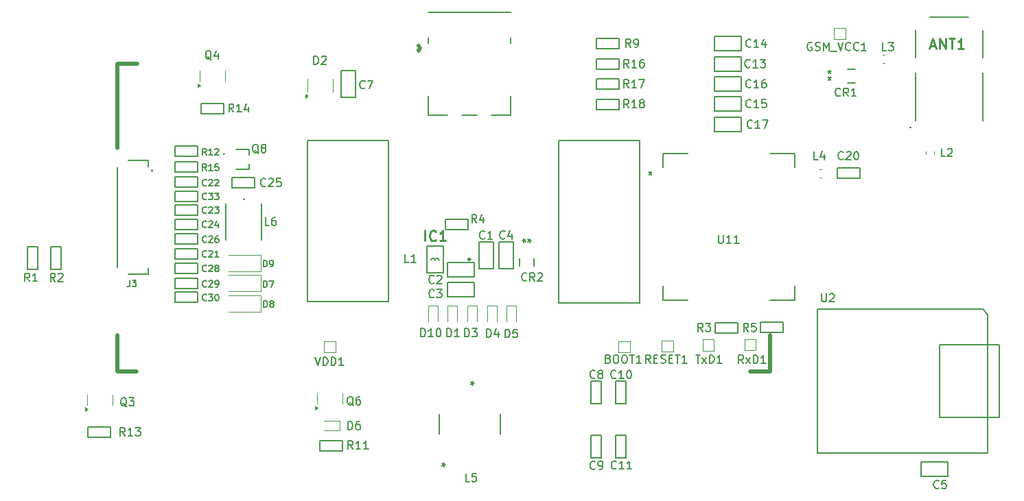
<source format=gbr>
%TF.GenerationSoftware,KiCad,Pcbnew,8.0.5*%
%TF.CreationDate,2024-10-24T16:43:48+01:00*%
%TF.ProjectId,V3,56332e6b-6963-4616-945f-706362585858,rev?*%
%TF.SameCoordinates,Original*%
%TF.FileFunction,Legend,Top*%
%TF.FilePolarity,Positive*%
%FSLAX46Y46*%
G04 Gerber Fmt 4.6, Leading zero omitted, Abs format (unit mm)*
G04 Created by KiCad (PCBNEW 8.0.5) date 2024-10-24 16:43:48*
%MOMM*%
%LPD*%
G01*
G04 APERTURE LIST*
%ADD10C,0.500000*%
%ADD11C,0.150000*%
%ADD12C,0.254000*%
%ADD13C,0.120000*%
%ADD14C,0.127000*%
%ADD15C,0.250000*%
%ADD16C,0.152400*%
%ADD17C,0.200000*%
%ADD18C,0.508000*%
G04 APERTURE END LIST*
D10*
X37050000Y-9500000D02*
X37049999Y-14000000D01*
D11*
X-20000000Y14500000D02*
X-10000000Y14500000D01*
X-10000000Y-5400000D01*
X-20000000Y-5400000D01*
X-20000000Y14500000D01*
D10*
X-43450000Y-14000000D02*
X-43450000Y-9500000D01*
X-41050000Y-14000000D02*
X-43450000Y-14000000D01*
D11*
X11000000Y14500000D02*
X21000000Y14500000D01*
X21000000Y-5500000D01*
X11000000Y-5500000D01*
X11000000Y14500000D01*
D10*
X37050000Y-14000000D02*
X34650000Y-14000000D01*
X-43450000Y24000000D02*
X-43450000Y13600000D01*
X-43450000Y24000000D02*
X-41000000Y24000000D01*
D11*
X-6014285Y-9704819D02*
X-6014285Y-8704819D01*
X-6014285Y-8704819D02*
X-5776190Y-8704819D01*
X-5776190Y-8704819D02*
X-5633333Y-8752438D01*
X-5633333Y-8752438D02*
X-5538095Y-8847676D01*
X-5538095Y-8847676D02*
X-5490476Y-8942914D01*
X-5490476Y-8942914D02*
X-5442857Y-9133390D01*
X-5442857Y-9133390D02*
X-5442857Y-9276247D01*
X-5442857Y-9276247D02*
X-5490476Y-9466723D01*
X-5490476Y-9466723D02*
X-5538095Y-9561961D01*
X-5538095Y-9561961D02*
X-5633333Y-9657200D01*
X-5633333Y-9657200D02*
X-5776190Y-9704819D01*
X-5776190Y-9704819D02*
X-6014285Y-9704819D01*
X-4490476Y-9704819D02*
X-5061904Y-9704819D01*
X-4776190Y-9704819D02*
X-4776190Y-8704819D01*
X-4776190Y-8704819D02*
X-4871428Y-8847676D01*
X-4871428Y-8847676D02*
X-4966666Y-8942914D01*
X-4966666Y-8942914D02*
X-5061904Y-8990533D01*
X-3871428Y-8704819D02*
X-3776190Y-8704819D01*
X-3776190Y-8704819D02*
X-3680952Y-8752438D01*
X-3680952Y-8752438D02*
X-3633333Y-8800057D01*
X-3633333Y-8800057D02*
X-3585714Y-8895295D01*
X-3585714Y-8895295D02*
X-3538095Y-9085771D01*
X-3538095Y-9085771D02*
X-3538095Y-9323866D01*
X-3538095Y-9323866D02*
X-3585714Y-9514342D01*
X-3585714Y-9514342D02*
X-3633333Y-9609580D01*
X-3633333Y-9609580D02*
X-3680952Y-9657200D01*
X-3680952Y-9657200D02*
X-3776190Y-9704819D01*
X-3776190Y-9704819D02*
X-3871428Y-9704819D01*
X-3871428Y-9704819D02*
X-3966666Y-9657200D01*
X-3966666Y-9657200D02*
X-4014285Y-9609580D01*
X-4014285Y-9609580D02*
X-4061904Y-9514342D01*
X-4061904Y-9514342D02*
X-4109523Y-9323866D01*
X-4109523Y-9323866D02*
X-4109523Y-9085771D01*
X-4109523Y-9085771D02*
X-4061904Y-8895295D01*
X-4061904Y-8895295D02*
X-4014285Y-8800057D01*
X-4014285Y-8800057D02*
X-3966666Y-8752438D01*
X-3966666Y-8752438D02*
X-3871428Y-8704819D01*
X43428095Y-4389819D02*
X43428095Y-5199342D01*
X43428095Y-5199342D02*
X43475714Y-5294580D01*
X43475714Y-5294580D02*
X43523333Y-5342200D01*
X43523333Y-5342200D02*
X43618571Y-5389819D01*
X43618571Y-5389819D02*
X43809047Y-5389819D01*
X43809047Y-5389819D02*
X43904285Y-5342200D01*
X43904285Y-5342200D02*
X43951904Y-5294580D01*
X43951904Y-5294580D02*
X43999523Y-5199342D01*
X43999523Y-5199342D02*
X43999523Y-4389819D01*
X44428095Y-4485057D02*
X44475714Y-4437438D01*
X44475714Y-4437438D02*
X44570952Y-4389819D01*
X44570952Y-4389819D02*
X44809047Y-4389819D01*
X44809047Y-4389819D02*
X44904285Y-4437438D01*
X44904285Y-4437438D02*
X44951904Y-4485057D01*
X44951904Y-4485057D02*
X44999523Y-4580295D01*
X44999523Y-4580295D02*
X44999523Y-4675533D01*
X44999523Y-4675533D02*
X44951904Y-4818390D01*
X44951904Y-4818390D02*
X44380476Y-5389819D01*
X44380476Y-5389819D02*
X44999523Y-5389819D01*
X858733Y4370780D02*
X525400Y4846971D01*
X287305Y4370780D02*
X287305Y5370780D01*
X287305Y5370780D02*
X668257Y5370780D01*
X668257Y5370780D02*
X763495Y5323161D01*
X763495Y5323161D02*
X811114Y5275542D01*
X811114Y5275542D02*
X858733Y5180304D01*
X858733Y5180304D02*
X858733Y5037447D01*
X858733Y5037447D02*
X811114Y4942209D01*
X811114Y4942209D02*
X763495Y4894590D01*
X763495Y4894590D02*
X668257Y4846971D01*
X668257Y4846971D02*
X287305Y4846971D01*
X1715876Y5037447D02*
X1715876Y4370780D01*
X1477781Y5418400D02*
X1239686Y4704114D01*
X1239686Y4704114D02*
X1858733Y4704114D01*
X18057142Y-14759580D02*
X18009523Y-14807200D01*
X18009523Y-14807200D02*
X17866666Y-14854819D01*
X17866666Y-14854819D02*
X17771428Y-14854819D01*
X17771428Y-14854819D02*
X17628571Y-14807200D01*
X17628571Y-14807200D02*
X17533333Y-14711961D01*
X17533333Y-14711961D02*
X17485714Y-14616723D01*
X17485714Y-14616723D02*
X17438095Y-14426247D01*
X17438095Y-14426247D02*
X17438095Y-14283390D01*
X17438095Y-14283390D02*
X17485714Y-14092914D01*
X17485714Y-14092914D02*
X17533333Y-13997676D01*
X17533333Y-13997676D02*
X17628571Y-13902438D01*
X17628571Y-13902438D02*
X17771428Y-13854819D01*
X17771428Y-13854819D02*
X17866666Y-13854819D01*
X17866666Y-13854819D02*
X18009523Y-13902438D01*
X18009523Y-13902438D02*
X18057142Y-13950057D01*
X19009523Y-14854819D02*
X18438095Y-14854819D01*
X18723809Y-14854819D02*
X18723809Y-13854819D01*
X18723809Y-13854819D02*
X18628571Y-13997676D01*
X18628571Y-13997676D02*
X18533333Y-14092914D01*
X18533333Y-14092914D02*
X18438095Y-14140533D01*
X19628571Y-13854819D02*
X19723809Y-13854819D01*
X19723809Y-13854819D02*
X19819047Y-13902438D01*
X19819047Y-13902438D02*
X19866666Y-13950057D01*
X19866666Y-13950057D02*
X19914285Y-14045295D01*
X19914285Y-14045295D02*
X19961904Y-14235771D01*
X19961904Y-14235771D02*
X19961904Y-14473866D01*
X19961904Y-14473866D02*
X19914285Y-14664342D01*
X19914285Y-14664342D02*
X19866666Y-14759580D01*
X19866666Y-14759580D02*
X19819047Y-14807200D01*
X19819047Y-14807200D02*
X19723809Y-14854819D01*
X19723809Y-14854819D02*
X19628571Y-14854819D01*
X19628571Y-14854819D02*
X19533333Y-14807200D01*
X19533333Y-14807200D02*
X19485714Y-14759580D01*
X19485714Y-14759580D02*
X19438095Y-14664342D01*
X19438095Y-14664342D02*
X19390476Y-14473866D01*
X19390476Y-14473866D02*
X19390476Y-14235771D01*
X19390476Y-14235771D02*
X19438095Y-14045295D01*
X19438095Y-14045295D02*
X19485714Y-13950057D01*
X19485714Y-13950057D02*
X19533333Y-13902438D01*
X19533333Y-13902438D02*
X19628571Y-13854819D01*
X-32464285Y-3486104D02*
X-32502381Y-3524200D01*
X-32502381Y-3524200D02*
X-32616666Y-3562295D01*
X-32616666Y-3562295D02*
X-32692857Y-3562295D01*
X-32692857Y-3562295D02*
X-32807143Y-3524200D01*
X-32807143Y-3524200D02*
X-32883333Y-3448009D01*
X-32883333Y-3448009D02*
X-32921428Y-3371819D01*
X-32921428Y-3371819D02*
X-32959524Y-3219438D01*
X-32959524Y-3219438D02*
X-32959524Y-3105152D01*
X-32959524Y-3105152D02*
X-32921428Y-2952771D01*
X-32921428Y-2952771D02*
X-32883333Y-2876580D01*
X-32883333Y-2876580D02*
X-32807143Y-2800390D01*
X-32807143Y-2800390D02*
X-32692857Y-2762295D01*
X-32692857Y-2762295D02*
X-32616666Y-2762295D01*
X-32616666Y-2762295D02*
X-32502381Y-2800390D01*
X-32502381Y-2800390D02*
X-32464285Y-2838485D01*
X-32159524Y-2838485D02*
X-32121428Y-2800390D01*
X-32121428Y-2800390D02*
X-32045238Y-2762295D01*
X-32045238Y-2762295D02*
X-31854762Y-2762295D01*
X-31854762Y-2762295D02*
X-31778571Y-2800390D01*
X-31778571Y-2800390D02*
X-31740476Y-2838485D01*
X-31740476Y-2838485D02*
X-31702381Y-2914676D01*
X-31702381Y-2914676D02*
X-31702381Y-2990866D01*
X-31702381Y-2990866D02*
X-31740476Y-3105152D01*
X-31740476Y-3105152D02*
X-32197619Y-3562295D01*
X-32197619Y-3562295D02*
X-31702381Y-3562295D01*
X-31321428Y-3562295D02*
X-31169047Y-3562295D01*
X-31169047Y-3562295D02*
X-31092857Y-3524200D01*
X-31092857Y-3524200D02*
X-31054761Y-3486104D01*
X-31054761Y-3486104D02*
X-30978571Y-3371819D01*
X-30978571Y-3371819D02*
X-30940476Y-3219438D01*
X-30940476Y-3219438D02*
X-30940476Y-2914676D01*
X-30940476Y-2914676D02*
X-30978571Y-2838485D01*
X-30978571Y-2838485D02*
X-31016666Y-2800390D01*
X-31016666Y-2800390D02*
X-31092857Y-2762295D01*
X-31092857Y-2762295D02*
X-31245238Y-2762295D01*
X-31245238Y-2762295D02*
X-31321428Y-2800390D01*
X-31321428Y-2800390D02*
X-31359523Y-2838485D01*
X-31359523Y-2838485D02*
X-31397619Y-2914676D01*
X-31397619Y-2914676D02*
X-31397619Y-3105152D01*
X-31397619Y-3105152D02*
X-31359523Y-3181342D01*
X-31359523Y-3181342D02*
X-31321428Y-3219438D01*
X-31321428Y-3219438D02*
X-31245238Y-3257533D01*
X-31245238Y-3257533D02*
X-31092857Y-3257533D01*
X-31092857Y-3257533D02*
X-31016666Y-3219438D01*
X-31016666Y-3219438D02*
X-30978571Y-3181342D01*
X-30978571Y-3181342D02*
X-30940476Y-3105152D01*
X15483333Y-25985581D02*
X15435714Y-26033201D01*
X15435714Y-26033201D02*
X15292857Y-26080820D01*
X15292857Y-26080820D02*
X15197619Y-26080820D01*
X15197619Y-26080820D02*
X15054762Y-26033201D01*
X15054762Y-26033201D02*
X14959524Y-25937962D01*
X14959524Y-25937962D02*
X14911905Y-25842724D01*
X14911905Y-25842724D02*
X14864286Y-25652248D01*
X14864286Y-25652248D02*
X14864286Y-25509391D01*
X14864286Y-25509391D02*
X14911905Y-25318915D01*
X14911905Y-25318915D02*
X14959524Y-25223677D01*
X14959524Y-25223677D02*
X15054762Y-25128439D01*
X15054762Y-25128439D02*
X15197619Y-25080820D01*
X15197619Y-25080820D02*
X15292857Y-25080820D01*
X15292857Y-25080820D02*
X15435714Y-25128439D01*
X15435714Y-25128439D02*
X15483333Y-25176058D01*
X15959524Y-26080820D02*
X16150000Y-26080820D01*
X16150000Y-26080820D02*
X16245238Y-26033201D01*
X16245238Y-26033201D02*
X16292857Y-25985581D01*
X16292857Y-25985581D02*
X16388095Y-25842724D01*
X16388095Y-25842724D02*
X16435714Y-25652248D01*
X16435714Y-25652248D02*
X16435714Y-25271296D01*
X16435714Y-25271296D02*
X16388095Y-25176058D01*
X16388095Y-25176058D02*
X16340476Y-25128439D01*
X16340476Y-25128439D02*
X16245238Y-25080820D01*
X16245238Y-25080820D02*
X16054762Y-25080820D01*
X16054762Y-25080820D02*
X15959524Y-25128439D01*
X15959524Y-25128439D02*
X15911905Y-25176058D01*
X15911905Y-25176058D02*
X15864286Y-25271296D01*
X15864286Y-25271296D02*
X15864286Y-25509391D01*
X15864286Y-25509391D02*
X15911905Y-25604629D01*
X15911905Y-25604629D02*
X15959524Y-25652248D01*
X15959524Y-25652248D02*
X16054762Y-25699867D01*
X16054762Y-25699867D02*
X16245238Y-25699867D01*
X16245238Y-25699867D02*
X16340476Y-25652248D01*
X16340476Y-25652248D02*
X16388095Y-25604629D01*
X16388095Y-25604629D02*
X16435714Y-25509391D01*
X22321428Y-12954819D02*
X21988095Y-12478628D01*
X21750000Y-12954819D02*
X21750000Y-11954819D01*
X21750000Y-11954819D02*
X22130952Y-11954819D01*
X22130952Y-11954819D02*
X22226190Y-12002438D01*
X22226190Y-12002438D02*
X22273809Y-12050057D01*
X22273809Y-12050057D02*
X22321428Y-12145295D01*
X22321428Y-12145295D02*
X22321428Y-12288152D01*
X22321428Y-12288152D02*
X22273809Y-12383390D01*
X22273809Y-12383390D02*
X22226190Y-12431009D01*
X22226190Y-12431009D02*
X22130952Y-12478628D01*
X22130952Y-12478628D02*
X21750000Y-12478628D01*
X22750000Y-12431009D02*
X23083333Y-12431009D01*
X23226190Y-12954819D02*
X22750000Y-12954819D01*
X22750000Y-12954819D02*
X22750000Y-11954819D01*
X22750000Y-11954819D02*
X23226190Y-11954819D01*
X23607143Y-12907200D02*
X23750000Y-12954819D01*
X23750000Y-12954819D02*
X23988095Y-12954819D01*
X23988095Y-12954819D02*
X24083333Y-12907200D01*
X24083333Y-12907200D02*
X24130952Y-12859580D01*
X24130952Y-12859580D02*
X24178571Y-12764342D01*
X24178571Y-12764342D02*
X24178571Y-12669104D01*
X24178571Y-12669104D02*
X24130952Y-12573866D01*
X24130952Y-12573866D02*
X24083333Y-12526247D01*
X24083333Y-12526247D02*
X23988095Y-12478628D01*
X23988095Y-12478628D02*
X23797619Y-12431009D01*
X23797619Y-12431009D02*
X23702381Y-12383390D01*
X23702381Y-12383390D02*
X23654762Y-12335771D01*
X23654762Y-12335771D02*
X23607143Y-12240533D01*
X23607143Y-12240533D02*
X23607143Y-12145295D01*
X23607143Y-12145295D02*
X23654762Y-12050057D01*
X23654762Y-12050057D02*
X23702381Y-12002438D01*
X23702381Y-12002438D02*
X23797619Y-11954819D01*
X23797619Y-11954819D02*
X24035714Y-11954819D01*
X24035714Y-11954819D02*
X24178571Y-12002438D01*
X24607143Y-12431009D02*
X24940476Y-12431009D01*
X25083333Y-12954819D02*
X24607143Y-12954819D01*
X24607143Y-12954819D02*
X24607143Y-11954819D01*
X24607143Y-11954819D02*
X25083333Y-11954819D01*
X25369048Y-11954819D02*
X25940476Y-11954819D01*
X25654762Y-12954819D02*
X25654762Y-11954819D01*
X26797619Y-12954819D02*
X26226191Y-12954819D01*
X26511905Y-12954819D02*
X26511905Y-11954819D01*
X26511905Y-11954819D02*
X26416667Y-12097676D01*
X26416667Y-12097676D02*
X26321429Y-12192914D01*
X26321429Y-12192914D02*
X26226191Y-12240533D01*
D12*
X-5478162Y2151281D02*
X-5478162Y3421281D01*
X-4147685Y2272234D02*
X-4208161Y2211758D01*
X-4208161Y2211758D02*
X-4389590Y2151281D01*
X-4389590Y2151281D02*
X-4510542Y2151281D01*
X-4510542Y2151281D02*
X-4691971Y2211758D01*
X-4691971Y2211758D02*
X-4812923Y2332710D01*
X-4812923Y2332710D02*
X-4873400Y2453662D01*
X-4873400Y2453662D02*
X-4933876Y2695567D01*
X-4933876Y2695567D02*
X-4933876Y2876996D01*
X-4933876Y2876996D02*
X-4873400Y3118900D01*
X-4873400Y3118900D02*
X-4812923Y3239853D01*
X-4812923Y3239853D02*
X-4691971Y3360805D01*
X-4691971Y3360805D02*
X-4510542Y3421281D01*
X-4510542Y3421281D02*
X-4389590Y3421281D01*
X-4389590Y3421281D02*
X-4208161Y3360805D01*
X-4208161Y3360805D02*
X-4147685Y3300329D01*
X-2938161Y2151281D02*
X-3663876Y2151281D01*
X-3301019Y2151281D02*
X-3301019Y3421281D01*
X-3301019Y3421281D02*
X-3421971Y3239853D01*
X-3421971Y3239853D02*
X-3542923Y3118900D01*
X-3542923Y3118900D02*
X-3663876Y3058424D01*
D11*
X2111905Y-9754819D02*
X2111905Y-8754819D01*
X2111905Y-8754819D02*
X2350000Y-8754819D01*
X2350000Y-8754819D02*
X2492857Y-8802438D01*
X2492857Y-8802438D02*
X2588095Y-8897676D01*
X2588095Y-8897676D02*
X2635714Y-8992914D01*
X2635714Y-8992914D02*
X2683333Y-9183390D01*
X2683333Y-9183390D02*
X2683333Y-9326247D01*
X2683333Y-9326247D02*
X2635714Y-9516723D01*
X2635714Y-9516723D02*
X2588095Y-9611961D01*
X2588095Y-9611961D02*
X2492857Y-9707200D01*
X2492857Y-9707200D02*
X2350000Y-9754819D01*
X2350000Y-9754819D02*
X2111905Y-9754819D01*
X3540476Y-9088152D02*
X3540476Y-9754819D01*
X3302381Y-8707200D02*
X3064286Y-9421485D01*
X3064286Y-9421485D02*
X3683333Y-9421485D01*
X4411905Y-9804819D02*
X4411905Y-8804819D01*
X4411905Y-8804819D02*
X4650000Y-8804819D01*
X4650000Y-8804819D02*
X4792857Y-8852438D01*
X4792857Y-8852438D02*
X4888095Y-8947676D01*
X4888095Y-8947676D02*
X4935714Y-9042914D01*
X4935714Y-9042914D02*
X4983333Y-9233390D01*
X4983333Y-9233390D02*
X4983333Y-9376247D01*
X4983333Y-9376247D02*
X4935714Y-9566723D01*
X4935714Y-9566723D02*
X4888095Y-9661961D01*
X4888095Y-9661961D02*
X4792857Y-9757200D01*
X4792857Y-9757200D02*
X4650000Y-9804819D01*
X4650000Y-9804819D02*
X4411905Y-9804819D01*
X5888095Y-8804819D02*
X5411905Y-8804819D01*
X5411905Y-8804819D02*
X5364286Y-9281009D01*
X5364286Y-9281009D02*
X5411905Y-9233390D01*
X5411905Y-9233390D02*
X5507143Y-9185771D01*
X5507143Y-9185771D02*
X5745238Y-9185771D01*
X5745238Y-9185771D02*
X5840476Y-9233390D01*
X5840476Y-9233390D02*
X5888095Y-9281009D01*
X5888095Y-9281009D02*
X5935714Y-9376247D01*
X5935714Y-9376247D02*
X5935714Y-9614342D01*
X5935714Y-9614342D02*
X5888095Y-9709580D01*
X5888095Y-9709580D02*
X5840476Y-9757200D01*
X5840476Y-9757200D02*
X5745238Y-9804819D01*
X5745238Y-9804819D02*
X5507143Y-9804819D01*
X5507143Y-9804819D02*
X5411905Y-9757200D01*
X5411905Y-9757200D02*
X5364286Y-9709580D01*
X7039333Y-2733980D02*
X6991714Y-2781600D01*
X6991714Y-2781600D02*
X6848857Y-2829219D01*
X6848857Y-2829219D02*
X6753619Y-2829219D01*
X6753619Y-2829219D02*
X6610762Y-2781600D01*
X6610762Y-2781600D02*
X6515524Y-2686361D01*
X6515524Y-2686361D02*
X6467905Y-2591123D01*
X6467905Y-2591123D02*
X6420286Y-2400647D01*
X6420286Y-2400647D02*
X6420286Y-2257790D01*
X6420286Y-2257790D02*
X6467905Y-2067314D01*
X6467905Y-2067314D02*
X6515524Y-1972076D01*
X6515524Y-1972076D02*
X6610762Y-1876838D01*
X6610762Y-1876838D02*
X6753619Y-1829219D01*
X6753619Y-1829219D02*
X6848857Y-1829219D01*
X6848857Y-1829219D02*
X6991714Y-1876838D01*
X6991714Y-1876838D02*
X7039333Y-1924457D01*
X8039333Y-2829219D02*
X7706000Y-2353028D01*
X7467905Y-2829219D02*
X7467905Y-1829219D01*
X7467905Y-1829219D02*
X7848857Y-1829219D01*
X7848857Y-1829219D02*
X7944095Y-1876838D01*
X7944095Y-1876838D02*
X7991714Y-1924457D01*
X7991714Y-1924457D02*
X8039333Y-2019695D01*
X8039333Y-2019695D02*
X8039333Y-2162552D01*
X8039333Y-2162552D02*
X7991714Y-2257790D01*
X7991714Y-2257790D02*
X7944095Y-2305409D01*
X7944095Y-2305409D02*
X7848857Y-2353028D01*
X7848857Y-2353028D02*
X7467905Y-2353028D01*
X8420286Y-1924457D02*
X8467905Y-1876838D01*
X8467905Y-1876838D02*
X8563143Y-1829219D01*
X8563143Y-1829219D02*
X8801238Y-1829219D01*
X8801238Y-1829219D02*
X8896476Y-1876838D01*
X8896476Y-1876838D02*
X8944095Y-1924457D01*
X8944095Y-1924457D02*
X8991714Y-2019695D01*
X8991714Y-2019695D02*
X8991714Y-2114933D01*
X8991714Y-2114933D02*
X8944095Y-2257790D01*
X8944095Y-2257790D02*
X8372667Y-2829219D01*
X8372667Y-2829219D02*
X8991714Y-2829219D01*
X6531219Y2185300D02*
X6769314Y2185300D01*
X6674076Y1947205D02*
X6769314Y2185300D01*
X6769314Y2185300D02*
X6674076Y2423395D01*
X6959790Y2042443D02*
X6769314Y2185300D01*
X6769314Y2185300D02*
X6959790Y2328157D01*
X7621580Y2185299D02*
X7383485Y2185299D01*
X7478723Y2423394D02*
X7383485Y2185299D01*
X7383485Y2185299D02*
X7478723Y1947204D01*
X7193009Y2328156D02*
X7383485Y2185299D01*
X7383485Y2185299D02*
X7193009Y2042442D01*
X-32464285Y10837704D02*
X-32730952Y11218657D01*
X-32921428Y10837704D02*
X-32921428Y11637704D01*
X-32921428Y11637704D02*
X-32616666Y11637704D01*
X-32616666Y11637704D02*
X-32540476Y11599609D01*
X-32540476Y11599609D02*
X-32502381Y11561514D01*
X-32502381Y11561514D02*
X-32464285Y11485323D01*
X-32464285Y11485323D02*
X-32464285Y11371038D01*
X-32464285Y11371038D02*
X-32502381Y11294847D01*
X-32502381Y11294847D02*
X-32540476Y11256752D01*
X-32540476Y11256752D02*
X-32616666Y11218657D01*
X-32616666Y11218657D02*
X-32921428Y11218657D01*
X-31702381Y10837704D02*
X-32159524Y10837704D01*
X-31930952Y10837704D02*
X-31930952Y11637704D01*
X-31930952Y11637704D02*
X-32007143Y11523419D01*
X-32007143Y11523419D02*
X-32083333Y11447228D01*
X-32083333Y11447228D02*
X-32159524Y11409133D01*
X-30978571Y11637704D02*
X-31359523Y11637704D01*
X-31359523Y11637704D02*
X-31397619Y11256752D01*
X-31397619Y11256752D02*
X-31359523Y11294847D01*
X-31359523Y11294847D02*
X-31283333Y11332942D01*
X-31283333Y11332942D02*
X-31092857Y11332942D01*
X-31092857Y11332942D02*
X-31016666Y11294847D01*
X-31016666Y11294847D02*
X-30978571Y11256752D01*
X-30978571Y11256752D02*
X-30940476Y11180561D01*
X-30940476Y11180561D02*
X-30940476Y10990085D01*
X-30940476Y10990085D02*
X-30978571Y10913895D01*
X-30978571Y10913895D02*
X-31016666Y10875800D01*
X-31016666Y10875800D02*
X-31092857Y10837704D01*
X-31092857Y10837704D02*
X-31283333Y10837704D01*
X-31283333Y10837704D02*
X-31359523Y10875800D01*
X-31359523Y10875800D02*
X-31397619Y10913895D01*
X34707142Y26140419D02*
X34659523Y26092800D01*
X34659523Y26092800D02*
X34516666Y26045180D01*
X34516666Y26045180D02*
X34421428Y26045180D01*
X34421428Y26045180D02*
X34278571Y26092800D01*
X34278571Y26092800D02*
X34183333Y26188038D01*
X34183333Y26188038D02*
X34135714Y26283276D01*
X34135714Y26283276D02*
X34088095Y26473752D01*
X34088095Y26473752D02*
X34088095Y26616609D01*
X34088095Y26616609D02*
X34135714Y26807085D01*
X34135714Y26807085D02*
X34183333Y26902323D01*
X34183333Y26902323D02*
X34278571Y26997561D01*
X34278571Y26997561D02*
X34421428Y27045180D01*
X34421428Y27045180D02*
X34516666Y27045180D01*
X34516666Y27045180D02*
X34659523Y26997561D01*
X34659523Y26997561D02*
X34707142Y26949942D01*
X35659523Y26045180D02*
X35088095Y26045180D01*
X35373809Y26045180D02*
X35373809Y27045180D01*
X35373809Y27045180D02*
X35278571Y26902323D01*
X35278571Y26902323D02*
X35183333Y26807085D01*
X35183333Y26807085D02*
X35088095Y26759466D01*
X36516666Y26711847D02*
X36516666Y26045180D01*
X36278571Y27092800D02*
X36040476Y26378514D01*
X36040476Y26378514D02*
X36659523Y26378514D01*
X33778571Y-13004819D02*
X33445238Y-12528628D01*
X33207143Y-13004819D02*
X33207143Y-12004819D01*
X33207143Y-12004819D02*
X33588095Y-12004819D01*
X33588095Y-12004819D02*
X33683333Y-12052438D01*
X33683333Y-12052438D02*
X33730952Y-12100057D01*
X33730952Y-12100057D02*
X33778571Y-12195295D01*
X33778571Y-12195295D02*
X33778571Y-12338152D01*
X33778571Y-12338152D02*
X33730952Y-12433390D01*
X33730952Y-12433390D02*
X33683333Y-12481009D01*
X33683333Y-12481009D02*
X33588095Y-12528628D01*
X33588095Y-12528628D02*
X33207143Y-12528628D01*
X34111905Y-13004819D02*
X34635714Y-12338152D01*
X34111905Y-12338152D02*
X34635714Y-13004819D01*
X35016667Y-13004819D02*
X35016667Y-12004819D01*
X35016667Y-12004819D02*
X35254762Y-12004819D01*
X35254762Y-12004819D02*
X35397619Y-12052438D01*
X35397619Y-12052438D02*
X35492857Y-12147676D01*
X35492857Y-12147676D02*
X35540476Y-12242914D01*
X35540476Y-12242914D02*
X35588095Y-12433390D01*
X35588095Y-12433390D02*
X35588095Y-12576247D01*
X35588095Y-12576247D02*
X35540476Y-12766723D01*
X35540476Y-12766723D02*
X35492857Y-12861961D01*
X35492857Y-12861961D02*
X35397619Y-12957200D01*
X35397619Y-12957200D02*
X35254762Y-13004819D01*
X35254762Y-13004819D02*
X35016667Y-13004819D01*
X36540476Y-13004819D02*
X35969048Y-13004819D01*
X36254762Y-13004819D02*
X36254762Y-12004819D01*
X36254762Y-12004819D02*
X36159524Y-12147676D01*
X36159524Y-12147676D02*
X36064286Y-12242914D01*
X36064286Y-12242914D02*
X35969048Y-12290533D01*
X19645142Y23545180D02*
X19311809Y24021371D01*
X19073714Y23545180D02*
X19073714Y24545180D01*
X19073714Y24545180D02*
X19454666Y24545180D01*
X19454666Y24545180D02*
X19549904Y24497561D01*
X19549904Y24497561D02*
X19597523Y24449942D01*
X19597523Y24449942D02*
X19645142Y24354704D01*
X19645142Y24354704D02*
X19645142Y24211847D01*
X19645142Y24211847D02*
X19597523Y24116609D01*
X19597523Y24116609D02*
X19549904Y24068990D01*
X19549904Y24068990D02*
X19454666Y24021371D01*
X19454666Y24021371D02*
X19073714Y24021371D01*
X20597523Y23545180D02*
X20026095Y23545180D01*
X20311809Y23545180D02*
X20311809Y24545180D01*
X20311809Y24545180D02*
X20216571Y24402323D01*
X20216571Y24402323D02*
X20121333Y24307085D01*
X20121333Y24307085D02*
X20026095Y24259466D01*
X21454666Y24545180D02*
X21264190Y24545180D01*
X21264190Y24545180D02*
X21168952Y24497561D01*
X21168952Y24497561D02*
X21121333Y24449942D01*
X21121333Y24449942D02*
X21026095Y24307085D01*
X21026095Y24307085D02*
X20978476Y24116609D01*
X20978476Y24116609D02*
X20978476Y23735657D01*
X20978476Y23735657D02*
X21026095Y23640419D01*
X21026095Y23640419D02*
X21073714Y23592800D01*
X21073714Y23592800D02*
X21168952Y23545180D01*
X21168952Y23545180D02*
X21359428Y23545180D01*
X21359428Y23545180D02*
X21454666Y23592800D01*
X21454666Y23592800D02*
X21502285Y23640419D01*
X21502285Y23640419D02*
X21549904Y23735657D01*
X21549904Y23735657D02*
X21549904Y23973752D01*
X21549904Y23973752D02*
X21502285Y24068990D01*
X21502285Y24068990D02*
X21454666Y24116609D01*
X21454666Y24116609D02*
X21359428Y24164228D01*
X21359428Y24164228D02*
X21168952Y24164228D01*
X21168952Y24164228D02*
X21073714Y24116609D01*
X21073714Y24116609D02*
X21026095Y24068990D01*
X21026095Y24068990D02*
X20978476Y23973752D01*
X-32464285Y9013895D02*
X-32502381Y8975800D01*
X-32502381Y8975800D02*
X-32616666Y8937704D01*
X-32616666Y8937704D02*
X-32692857Y8937704D01*
X-32692857Y8937704D02*
X-32807143Y8975800D01*
X-32807143Y8975800D02*
X-32883333Y9051990D01*
X-32883333Y9051990D02*
X-32921428Y9128180D01*
X-32921428Y9128180D02*
X-32959524Y9280561D01*
X-32959524Y9280561D02*
X-32959524Y9394847D01*
X-32959524Y9394847D02*
X-32921428Y9547228D01*
X-32921428Y9547228D02*
X-32883333Y9623419D01*
X-32883333Y9623419D02*
X-32807143Y9699609D01*
X-32807143Y9699609D02*
X-32692857Y9737704D01*
X-32692857Y9737704D02*
X-32616666Y9737704D01*
X-32616666Y9737704D02*
X-32502381Y9699609D01*
X-32502381Y9699609D02*
X-32464285Y9661514D01*
X-32159524Y9661514D02*
X-32121428Y9699609D01*
X-32121428Y9699609D02*
X-32045238Y9737704D01*
X-32045238Y9737704D02*
X-31854762Y9737704D01*
X-31854762Y9737704D02*
X-31778571Y9699609D01*
X-31778571Y9699609D02*
X-31740476Y9661514D01*
X-31740476Y9661514D02*
X-31702381Y9585323D01*
X-31702381Y9585323D02*
X-31702381Y9509133D01*
X-31702381Y9509133D02*
X-31740476Y9394847D01*
X-31740476Y9394847D02*
X-32197619Y8937704D01*
X-32197619Y8937704D02*
X-31702381Y8937704D01*
X-31397619Y9661514D02*
X-31359523Y9699609D01*
X-31359523Y9699609D02*
X-31283333Y9737704D01*
X-31283333Y9737704D02*
X-31092857Y9737704D01*
X-31092857Y9737704D02*
X-31016666Y9699609D01*
X-31016666Y9699609D02*
X-30978571Y9661514D01*
X-30978571Y9661514D02*
X-30940476Y9585323D01*
X-30940476Y9585323D02*
X-30940476Y9509133D01*
X-30940476Y9509133D02*
X-30978571Y9394847D01*
X-30978571Y9394847D02*
X-31435714Y8937704D01*
X-31435714Y8937704D02*
X-30940476Y8937704D01*
X34707142Y18690419D02*
X34659523Y18642800D01*
X34659523Y18642800D02*
X34516666Y18595180D01*
X34516666Y18595180D02*
X34421428Y18595180D01*
X34421428Y18595180D02*
X34278571Y18642800D01*
X34278571Y18642800D02*
X34183333Y18738038D01*
X34183333Y18738038D02*
X34135714Y18833276D01*
X34135714Y18833276D02*
X34088095Y19023752D01*
X34088095Y19023752D02*
X34088095Y19166609D01*
X34088095Y19166609D02*
X34135714Y19357085D01*
X34135714Y19357085D02*
X34183333Y19452323D01*
X34183333Y19452323D02*
X34278571Y19547561D01*
X34278571Y19547561D02*
X34421428Y19595180D01*
X34421428Y19595180D02*
X34516666Y19595180D01*
X34516666Y19595180D02*
X34659523Y19547561D01*
X34659523Y19547561D02*
X34707142Y19499942D01*
X35659523Y18595180D02*
X35088095Y18595180D01*
X35373809Y18595180D02*
X35373809Y19595180D01*
X35373809Y19595180D02*
X35278571Y19452323D01*
X35278571Y19452323D02*
X35183333Y19357085D01*
X35183333Y19357085D02*
X35088095Y19309466D01*
X36564285Y19595180D02*
X36088095Y19595180D01*
X36088095Y19595180D02*
X36040476Y19118990D01*
X36040476Y19118990D02*
X36088095Y19166609D01*
X36088095Y19166609D02*
X36183333Y19214228D01*
X36183333Y19214228D02*
X36421428Y19214228D01*
X36421428Y19214228D02*
X36516666Y19166609D01*
X36516666Y19166609D02*
X36564285Y19118990D01*
X36564285Y19118990D02*
X36611904Y19023752D01*
X36611904Y19023752D02*
X36611904Y18785657D01*
X36611904Y18785657D02*
X36564285Y18690419D01*
X36564285Y18690419D02*
X36516666Y18642800D01*
X36516666Y18642800D02*
X36421428Y18595180D01*
X36421428Y18595180D02*
X36183333Y18595180D01*
X36183333Y18595180D02*
X36088095Y18642800D01*
X36088095Y18642800D02*
X36040476Y18690419D01*
X17116666Y-12431009D02*
X17259523Y-12478628D01*
X17259523Y-12478628D02*
X17307142Y-12526247D01*
X17307142Y-12526247D02*
X17354761Y-12621485D01*
X17354761Y-12621485D02*
X17354761Y-12764342D01*
X17354761Y-12764342D02*
X17307142Y-12859580D01*
X17307142Y-12859580D02*
X17259523Y-12907200D01*
X17259523Y-12907200D02*
X17164285Y-12954819D01*
X17164285Y-12954819D02*
X16783333Y-12954819D01*
X16783333Y-12954819D02*
X16783333Y-11954819D01*
X16783333Y-11954819D02*
X17116666Y-11954819D01*
X17116666Y-11954819D02*
X17211904Y-12002438D01*
X17211904Y-12002438D02*
X17259523Y-12050057D01*
X17259523Y-12050057D02*
X17307142Y-12145295D01*
X17307142Y-12145295D02*
X17307142Y-12240533D01*
X17307142Y-12240533D02*
X17259523Y-12335771D01*
X17259523Y-12335771D02*
X17211904Y-12383390D01*
X17211904Y-12383390D02*
X17116666Y-12431009D01*
X17116666Y-12431009D02*
X16783333Y-12431009D01*
X17973809Y-11954819D02*
X18164285Y-11954819D01*
X18164285Y-11954819D02*
X18259523Y-12002438D01*
X18259523Y-12002438D02*
X18354761Y-12097676D01*
X18354761Y-12097676D02*
X18402380Y-12288152D01*
X18402380Y-12288152D02*
X18402380Y-12621485D01*
X18402380Y-12621485D02*
X18354761Y-12811961D01*
X18354761Y-12811961D02*
X18259523Y-12907200D01*
X18259523Y-12907200D02*
X18164285Y-12954819D01*
X18164285Y-12954819D02*
X17973809Y-12954819D01*
X17973809Y-12954819D02*
X17878571Y-12907200D01*
X17878571Y-12907200D02*
X17783333Y-12811961D01*
X17783333Y-12811961D02*
X17735714Y-12621485D01*
X17735714Y-12621485D02*
X17735714Y-12288152D01*
X17735714Y-12288152D02*
X17783333Y-12097676D01*
X17783333Y-12097676D02*
X17878571Y-12002438D01*
X17878571Y-12002438D02*
X17973809Y-11954819D01*
X19021428Y-11954819D02*
X19211904Y-11954819D01*
X19211904Y-11954819D02*
X19307142Y-12002438D01*
X19307142Y-12002438D02*
X19402380Y-12097676D01*
X19402380Y-12097676D02*
X19449999Y-12288152D01*
X19449999Y-12288152D02*
X19449999Y-12621485D01*
X19449999Y-12621485D02*
X19402380Y-12811961D01*
X19402380Y-12811961D02*
X19307142Y-12907200D01*
X19307142Y-12907200D02*
X19211904Y-12954819D01*
X19211904Y-12954819D02*
X19021428Y-12954819D01*
X19021428Y-12954819D02*
X18926190Y-12907200D01*
X18926190Y-12907200D02*
X18830952Y-12811961D01*
X18830952Y-12811961D02*
X18783333Y-12621485D01*
X18783333Y-12621485D02*
X18783333Y-12288152D01*
X18783333Y-12288152D02*
X18830952Y-12097676D01*
X18830952Y-12097676D02*
X18926190Y-12002438D01*
X18926190Y-12002438D02*
X19021428Y-11954819D01*
X19735714Y-11954819D02*
X20307142Y-11954819D01*
X20021428Y-12954819D02*
X20021428Y-11954819D01*
X21164285Y-12954819D02*
X20592857Y-12954819D01*
X20878571Y-12954819D02*
X20878571Y-11954819D01*
X20878571Y-11954819D02*
X20783333Y-12097676D01*
X20783333Y-12097676D02*
X20688095Y-12192914D01*
X20688095Y-12192914D02*
X20592857Y-12240533D01*
X51416333Y25629780D02*
X50940143Y25629780D01*
X50940143Y25629780D02*
X50940143Y26629780D01*
X51654429Y26629780D02*
X52273476Y26629780D01*
X52273476Y26629780D02*
X51940143Y26248828D01*
X51940143Y26248828D02*
X52083000Y26248828D01*
X52083000Y26248828D02*
X52178238Y26201209D01*
X52178238Y26201209D02*
X52225857Y26153590D01*
X52225857Y26153590D02*
X52273476Y26058352D01*
X52273476Y26058352D02*
X52273476Y25820257D01*
X52273476Y25820257D02*
X52225857Y25725019D01*
X52225857Y25725019D02*
X52178238Y25677400D01*
X52178238Y25677400D02*
X52083000Y25629780D01*
X52083000Y25629780D02*
X51797286Y25629780D01*
X51797286Y25629780D02*
X51702048Y25677400D01*
X51702048Y25677400D02*
X51654429Y25725019D01*
X-25440475Y-1062295D02*
X-25440475Y-262295D01*
X-25440475Y-262295D02*
X-25249999Y-262295D01*
X-25249999Y-262295D02*
X-25135713Y-300390D01*
X-25135713Y-300390D02*
X-25059523Y-376580D01*
X-25059523Y-376580D02*
X-25021428Y-452771D01*
X-25021428Y-452771D02*
X-24983332Y-605152D01*
X-24983332Y-605152D02*
X-24983332Y-719438D01*
X-24983332Y-719438D02*
X-25021428Y-871819D01*
X-25021428Y-871819D02*
X-25059523Y-948009D01*
X-25059523Y-948009D02*
X-25135713Y-1024200D01*
X-25135713Y-1024200D02*
X-25249999Y-1062295D01*
X-25249999Y-1062295D02*
X-25440475Y-1062295D01*
X-24602380Y-1062295D02*
X-24449999Y-1062295D01*
X-24449999Y-1062295D02*
X-24373809Y-1024200D01*
X-24373809Y-1024200D02*
X-24335713Y-986104D01*
X-24335713Y-986104D02*
X-24259523Y-871819D01*
X-24259523Y-871819D02*
X-24221428Y-719438D01*
X-24221428Y-719438D02*
X-24221428Y-414676D01*
X-24221428Y-414676D02*
X-24259523Y-338485D01*
X-24259523Y-338485D02*
X-24297618Y-300390D01*
X-24297618Y-300390D02*
X-24373809Y-262295D01*
X-24373809Y-262295D02*
X-24526190Y-262295D01*
X-24526190Y-262295D02*
X-24602380Y-300390D01*
X-24602380Y-300390D02*
X-24640475Y-338485D01*
X-24640475Y-338485D02*
X-24678571Y-414676D01*
X-24678571Y-414676D02*
X-24678571Y-605152D01*
X-24678571Y-605152D02*
X-24640475Y-681342D01*
X-24640475Y-681342D02*
X-24602380Y-719438D01*
X-24602380Y-719438D02*
X-24526190Y-757533D01*
X-24526190Y-757533D02*
X-24373809Y-757533D01*
X-24373809Y-757533D02*
X-24297618Y-719438D01*
X-24297618Y-719438D02*
X-24259523Y-681342D01*
X-24259523Y-681342D02*
X-24221428Y-605152D01*
X28795333Y-9054819D02*
X28462000Y-8578628D01*
X28223905Y-9054819D02*
X28223905Y-8054819D01*
X28223905Y-8054819D02*
X28604857Y-8054819D01*
X28604857Y-8054819D02*
X28700095Y-8102438D01*
X28700095Y-8102438D02*
X28747714Y-8150057D01*
X28747714Y-8150057D02*
X28795333Y-8245295D01*
X28795333Y-8245295D02*
X28795333Y-8388152D01*
X28795333Y-8388152D02*
X28747714Y-8483390D01*
X28747714Y-8483390D02*
X28700095Y-8531009D01*
X28700095Y-8531009D02*
X28604857Y-8578628D01*
X28604857Y-8578628D02*
X28223905Y-8578628D01*
X29128667Y-8054819D02*
X29747714Y-8054819D01*
X29747714Y-8054819D02*
X29414381Y-8435771D01*
X29414381Y-8435771D02*
X29557238Y-8435771D01*
X29557238Y-8435771D02*
X29652476Y-8483390D01*
X29652476Y-8483390D02*
X29700095Y-8531009D01*
X29700095Y-8531009D02*
X29747714Y-8626247D01*
X29747714Y-8626247D02*
X29747714Y-8864342D01*
X29747714Y-8864342D02*
X29700095Y-8959580D01*
X29700095Y-8959580D02*
X29652476Y-9007200D01*
X29652476Y-9007200D02*
X29557238Y-9054819D01*
X29557238Y-9054819D02*
X29271524Y-9054819D01*
X29271524Y-9054819D02*
X29176286Y-9007200D01*
X29176286Y-9007200D02*
X29128667Y-8959580D01*
X-25420475Y-3612295D02*
X-25420475Y-2812295D01*
X-25420475Y-2812295D02*
X-25229999Y-2812295D01*
X-25229999Y-2812295D02*
X-25115713Y-2850390D01*
X-25115713Y-2850390D02*
X-25039523Y-2926580D01*
X-25039523Y-2926580D02*
X-25001428Y-3002771D01*
X-25001428Y-3002771D02*
X-24963332Y-3155152D01*
X-24963332Y-3155152D02*
X-24963332Y-3269438D01*
X-24963332Y-3269438D02*
X-25001428Y-3421819D01*
X-25001428Y-3421819D02*
X-25039523Y-3498009D01*
X-25039523Y-3498009D02*
X-25115713Y-3574200D01*
X-25115713Y-3574200D02*
X-25229999Y-3612295D01*
X-25229999Y-3612295D02*
X-25420475Y-3612295D01*
X-24696666Y-2812295D02*
X-24163332Y-2812295D01*
X-24163332Y-2812295D02*
X-24506190Y-3612295D01*
X-32464285Y12737704D02*
X-32730952Y13118657D01*
X-32921428Y12737704D02*
X-32921428Y13537704D01*
X-32921428Y13537704D02*
X-32616666Y13537704D01*
X-32616666Y13537704D02*
X-32540476Y13499609D01*
X-32540476Y13499609D02*
X-32502381Y13461514D01*
X-32502381Y13461514D02*
X-32464285Y13385323D01*
X-32464285Y13385323D02*
X-32464285Y13271038D01*
X-32464285Y13271038D02*
X-32502381Y13194847D01*
X-32502381Y13194847D02*
X-32540476Y13156752D01*
X-32540476Y13156752D02*
X-32616666Y13118657D01*
X-32616666Y13118657D02*
X-32921428Y13118657D01*
X-31702381Y12737704D02*
X-32159524Y12737704D01*
X-31930952Y12737704D02*
X-31930952Y13537704D01*
X-31930952Y13537704D02*
X-32007143Y13423419D01*
X-32007143Y13423419D02*
X-32083333Y13347228D01*
X-32083333Y13347228D02*
X-32159524Y13309133D01*
X-31397619Y13461514D02*
X-31359523Y13499609D01*
X-31359523Y13499609D02*
X-31283333Y13537704D01*
X-31283333Y13537704D02*
X-31092857Y13537704D01*
X-31092857Y13537704D02*
X-31016666Y13499609D01*
X-31016666Y13499609D02*
X-30978571Y13461514D01*
X-30978571Y13461514D02*
X-30940476Y13385323D01*
X-30940476Y13385323D02*
X-30940476Y13309133D01*
X-30940476Y13309133D02*
X-30978571Y13194847D01*
X-30978571Y13194847D02*
X-31435714Y12737704D01*
X-31435714Y12737704D02*
X-30940476Y12737704D01*
X1858733Y2466019D02*
X1811114Y2418400D01*
X1811114Y2418400D02*
X1668257Y2370780D01*
X1668257Y2370780D02*
X1573019Y2370780D01*
X1573019Y2370780D02*
X1430162Y2418400D01*
X1430162Y2418400D02*
X1334924Y2513638D01*
X1334924Y2513638D02*
X1287305Y2608876D01*
X1287305Y2608876D02*
X1239686Y2799352D01*
X1239686Y2799352D02*
X1239686Y2942209D01*
X1239686Y2942209D02*
X1287305Y3132685D01*
X1287305Y3132685D02*
X1334924Y3227923D01*
X1334924Y3227923D02*
X1430162Y3323161D01*
X1430162Y3323161D02*
X1573019Y3370780D01*
X1573019Y3370780D02*
X1668257Y3370780D01*
X1668257Y3370780D02*
X1811114Y3323161D01*
X1811114Y3323161D02*
X1858733Y3275542D01*
X2811114Y2370780D02*
X2239686Y2370780D01*
X2525400Y2370780D02*
X2525400Y3370780D01*
X2525400Y3370780D02*
X2430162Y3227923D01*
X2430162Y3227923D02*
X2334924Y3132685D01*
X2334924Y3132685D02*
X2239686Y3085066D01*
X57883333Y-28359580D02*
X57835714Y-28407200D01*
X57835714Y-28407200D02*
X57692857Y-28454819D01*
X57692857Y-28454819D02*
X57597619Y-28454819D01*
X57597619Y-28454819D02*
X57454762Y-28407200D01*
X57454762Y-28407200D02*
X57359524Y-28311961D01*
X57359524Y-28311961D02*
X57311905Y-28216723D01*
X57311905Y-28216723D02*
X57264286Y-28026247D01*
X57264286Y-28026247D02*
X57264286Y-27883390D01*
X57264286Y-27883390D02*
X57311905Y-27692914D01*
X57311905Y-27692914D02*
X57359524Y-27597676D01*
X57359524Y-27597676D02*
X57454762Y-27502438D01*
X57454762Y-27502438D02*
X57597619Y-27454819D01*
X57597619Y-27454819D02*
X57692857Y-27454819D01*
X57692857Y-27454819D02*
X57835714Y-27502438D01*
X57835714Y-27502438D02*
X57883333Y-27550057D01*
X58788095Y-27454819D02*
X58311905Y-27454819D01*
X58311905Y-27454819D02*
X58264286Y-27931009D01*
X58264286Y-27931009D02*
X58311905Y-27883390D01*
X58311905Y-27883390D02*
X58407143Y-27835771D01*
X58407143Y-27835771D02*
X58645238Y-27835771D01*
X58645238Y-27835771D02*
X58740476Y-27883390D01*
X58740476Y-27883390D02*
X58788095Y-27931009D01*
X58788095Y-27931009D02*
X58835714Y-28026247D01*
X58835714Y-28026247D02*
X58835714Y-28264342D01*
X58835714Y-28264342D02*
X58788095Y-28359580D01*
X58788095Y-28359580D02*
X58740476Y-28407200D01*
X58740476Y-28407200D02*
X58645238Y-28454819D01*
X58645238Y-28454819D02*
X58407143Y-28454819D01*
X58407143Y-28454819D02*
X58311905Y-28407200D01*
X58311905Y-28407200D02*
X58264286Y-28359580D01*
X18107142Y-25959580D02*
X18059523Y-26007200D01*
X18059523Y-26007200D02*
X17916666Y-26054819D01*
X17916666Y-26054819D02*
X17821428Y-26054819D01*
X17821428Y-26054819D02*
X17678571Y-26007200D01*
X17678571Y-26007200D02*
X17583333Y-25911961D01*
X17583333Y-25911961D02*
X17535714Y-25816723D01*
X17535714Y-25816723D02*
X17488095Y-25626247D01*
X17488095Y-25626247D02*
X17488095Y-25483390D01*
X17488095Y-25483390D02*
X17535714Y-25292914D01*
X17535714Y-25292914D02*
X17583333Y-25197676D01*
X17583333Y-25197676D02*
X17678571Y-25102438D01*
X17678571Y-25102438D02*
X17821428Y-25054819D01*
X17821428Y-25054819D02*
X17916666Y-25054819D01*
X17916666Y-25054819D02*
X18059523Y-25102438D01*
X18059523Y-25102438D02*
X18107142Y-25150057D01*
X19059523Y-26054819D02*
X18488095Y-26054819D01*
X18773809Y-26054819D02*
X18773809Y-25054819D01*
X18773809Y-25054819D02*
X18678571Y-25197676D01*
X18678571Y-25197676D02*
X18583333Y-25292914D01*
X18583333Y-25292914D02*
X18488095Y-25340533D01*
X20011904Y-26054819D02*
X19440476Y-26054819D01*
X19726190Y-26054819D02*
X19726190Y-25054819D01*
X19726190Y-25054819D02*
X19630952Y-25197676D01*
X19630952Y-25197676D02*
X19535714Y-25292914D01*
X19535714Y-25292914D02*
X19440476Y-25340533D01*
X-42295238Y-18350057D02*
X-42390476Y-18302438D01*
X-42390476Y-18302438D02*
X-42485714Y-18207200D01*
X-42485714Y-18207200D02*
X-42628571Y-18064342D01*
X-42628571Y-18064342D02*
X-42723809Y-18016723D01*
X-42723809Y-18016723D02*
X-42819047Y-18016723D01*
X-42771428Y-18254819D02*
X-42866666Y-18207200D01*
X-42866666Y-18207200D02*
X-42961904Y-18111961D01*
X-42961904Y-18111961D02*
X-43009523Y-17921485D01*
X-43009523Y-17921485D02*
X-43009523Y-17588152D01*
X-43009523Y-17588152D02*
X-42961904Y-17397676D01*
X-42961904Y-17397676D02*
X-42866666Y-17302438D01*
X-42866666Y-17302438D02*
X-42771428Y-17254819D01*
X-42771428Y-17254819D02*
X-42580952Y-17254819D01*
X-42580952Y-17254819D02*
X-42485714Y-17302438D01*
X-42485714Y-17302438D02*
X-42390476Y-17397676D01*
X-42390476Y-17397676D02*
X-42342857Y-17588152D01*
X-42342857Y-17588152D02*
X-42342857Y-17921485D01*
X-42342857Y-17921485D02*
X-42390476Y-18111961D01*
X-42390476Y-18111961D02*
X-42485714Y-18207200D01*
X-42485714Y-18207200D02*
X-42580952Y-18254819D01*
X-42580952Y-18254819D02*
X-42771428Y-18254819D01*
X-42009523Y-17254819D02*
X-41390476Y-17254819D01*
X-41390476Y-17254819D02*
X-41723809Y-17635771D01*
X-41723809Y-17635771D02*
X-41580952Y-17635771D01*
X-41580952Y-17635771D02*
X-41485714Y-17683390D01*
X-41485714Y-17683390D02*
X-41438095Y-17731009D01*
X-41438095Y-17731009D02*
X-41390476Y-17826247D01*
X-41390476Y-17826247D02*
X-41390476Y-18064342D01*
X-41390476Y-18064342D02*
X-41438095Y-18159580D01*
X-41438095Y-18159580D02*
X-41485714Y-18207200D01*
X-41485714Y-18207200D02*
X-41580952Y-18254819D01*
X-41580952Y-18254819D02*
X-41866666Y-18254819D01*
X-41866666Y-18254819D02*
X-41961904Y-18207200D01*
X-41961904Y-18207200D02*
X-42009523Y-18159580D01*
X-42504856Y-21954819D02*
X-42838189Y-21478628D01*
X-43076284Y-21954819D02*
X-43076284Y-20954819D01*
X-43076284Y-20954819D02*
X-42695332Y-20954819D01*
X-42695332Y-20954819D02*
X-42600094Y-21002438D01*
X-42600094Y-21002438D02*
X-42552475Y-21050057D01*
X-42552475Y-21050057D02*
X-42504856Y-21145295D01*
X-42504856Y-21145295D02*
X-42504856Y-21288152D01*
X-42504856Y-21288152D02*
X-42552475Y-21383390D01*
X-42552475Y-21383390D02*
X-42600094Y-21431009D01*
X-42600094Y-21431009D02*
X-42695332Y-21478628D01*
X-42695332Y-21478628D02*
X-43076284Y-21478628D01*
X-41552475Y-21954819D02*
X-42123903Y-21954819D01*
X-41838189Y-21954819D02*
X-41838189Y-20954819D01*
X-41838189Y-20954819D02*
X-41933427Y-21097676D01*
X-41933427Y-21097676D02*
X-42028665Y-21192914D01*
X-42028665Y-21192914D02*
X-42123903Y-21240533D01*
X-41219141Y-20954819D02*
X-40600094Y-20954819D01*
X-40600094Y-20954819D02*
X-40933427Y-21335771D01*
X-40933427Y-21335771D02*
X-40790570Y-21335771D01*
X-40790570Y-21335771D02*
X-40695332Y-21383390D01*
X-40695332Y-21383390D02*
X-40647713Y-21431009D01*
X-40647713Y-21431009D02*
X-40600094Y-21526247D01*
X-40600094Y-21526247D02*
X-40600094Y-21764342D01*
X-40600094Y-21764342D02*
X-40647713Y-21859580D01*
X-40647713Y-21859580D02*
X-40695332Y-21907200D01*
X-40695332Y-21907200D02*
X-40790570Y-21954819D01*
X-40790570Y-21954819D02*
X-41076284Y-21954819D01*
X-41076284Y-21954819D02*
X-41171522Y-21907200D01*
X-41171522Y-21907200D02*
X-41219141Y-21859580D01*
X19883333Y26045180D02*
X19550000Y26521371D01*
X19311905Y26045180D02*
X19311905Y27045180D01*
X19311905Y27045180D02*
X19692857Y27045180D01*
X19692857Y27045180D02*
X19788095Y26997561D01*
X19788095Y26997561D02*
X19835714Y26949942D01*
X19835714Y26949942D02*
X19883333Y26854704D01*
X19883333Y26854704D02*
X19883333Y26711847D01*
X19883333Y26711847D02*
X19835714Y26616609D01*
X19835714Y26616609D02*
X19788095Y26568990D01*
X19788095Y26568990D02*
X19692857Y26521371D01*
X19692857Y26521371D02*
X19311905Y26521371D01*
X20359524Y26045180D02*
X20550000Y26045180D01*
X20550000Y26045180D02*
X20645238Y26092800D01*
X20645238Y26092800D02*
X20692857Y26140419D01*
X20692857Y26140419D02*
X20788095Y26283276D01*
X20788095Y26283276D02*
X20835714Y26473752D01*
X20835714Y26473752D02*
X20835714Y26854704D01*
X20835714Y26854704D02*
X20788095Y26949942D01*
X20788095Y26949942D02*
X20740476Y26997561D01*
X20740476Y26997561D02*
X20645238Y27045180D01*
X20645238Y27045180D02*
X20454762Y27045180D01*
X20454762Y27045180D02*
X20359524Y26997561D01*
X20359524Y26997561D02*
X20311905Y26949942D01*
X20311905Y26949942D02*
X20264286Y26854704D01*
X20264286Y26854704D02*
X20264286Y26616609D01*
X20264286Y26616609D02*
X20311905Y26521371D01*
X20311905Y26521371D02*
X20359524Y26473752D01*
X20359524Y26473752D02*
X20454762Y26426133D01*
X20454762Y26426133D02*
X20645238Y26426133D01*
X20645238Y26426133D02*
X20740476Y26473752D01*
X20740476Y26473752D02*
X20788095Y26521371D01*
X20788095Y26521371D02*
X20835714Y26616609D01*
X-32464285Y7313895D02*
X-32502381Y7275800D01*
X-32502381Y7275800D02*
X-32616666Y7237704D01*
X-32616666Y7237704D02*
X-32692857Y7237704D01*
X-32692857Y7237704D02*
X-32807143Y7275800D01*
X-32807143Y7275800D02*
X-32883333Y7351990D01*
X-32883333Y7351990D02*
X-32921428Y7428180D01*
X-32921428Y7428180D02*
X-32959524Y7580561D01*
X-32959524Y7580561D02*
X-32959524Y7694847D01*
X-32959524Y7694847D02*
X-32921428Y7847228D01*
X-32921428Y7847228D02*
X-32883333Y7923419D01*
X-32883333Y7923419D02*
X-32807143Y7999609D01*
X-32807143Y7999609D02*
X-32692857Y8037704D01*
X-32692857Y8037704D02*
X-32616666Y8037704D01*
X-32616666Y8037704D02*
X-32502381Y7999609D01*
X-32502381Y7999609D02*
X-32464285Y7961514D01*
X-32197619Y8037704D02*
X-31702381Y8037704D01*
X-31702381Y8037704D02*
X-31969047Y7732942D01*
X-31969047Y7732942D02*
X-31854762Y7732942D01*
X-31854762Y7732942D02*
X-31778571Y7694847D01*
X-31778571Y7694847D02*
X-31740476Y7656752D01*
X-31740476Y7656752D02*
X-31702381Y7580561D01*
X-31702381Y7580561D02*
X-31702381Y7390085D01*
X-31702381Y7390085D02*
X-31740476Y7313895D01*
X-31740476Y7313895D02*
X-31778571Y7275800D01*
X-31778571Y7275800D02*
X-31854762Y7237704D01*
X-31854762Y7237704D02*
X-32083333Y7237704D01*
X-32083333Y7237704D02*
X-32159524Y7275800D01*
X-32159524Y7275800D02*
X-32197619Y7313895D01*
X-31435714Y8037704D02*
X-30940476Y8037704D01*
X-30940476Y8037704D02*
X-31207142Y7732942D01*
X-31207142Y7732942D02*
X-31092857Y7732942D01*
X-31092857Y7732942D02*
X-31016666Y7694847D01*
X-31016666Y7694847D02*
X-30978571Y7656752D01*
X-30978571Y7656752D02*
X-30940476Y7580561D01*
X-30940476Y7580561D02*
X-30940476Y7390085D01*
X-30940476Y7390085D02*
X-30978571Y7313895D01*
X-30978571Y7313895D02*
X-31016666Y7275800D01*
X-31016666Y7275800D02*
X-31092857Y7237704D01*
X-31092857Y7237704D02*
X-31321428Y7237704D01*
X-31321428Y7237704D02*
X-31397619Y7275800D01*
X-31397619Y7275800D02*
X-31435714Y7313895D01*
X-4391266Y-3033980D02*
X-4438885Y-3081600D01*
X-4438885Y-3081600D02*
X-4581742Y-3129219D01*
X-4581742Y-3129219D02*
X-4676980Y-3129219D01*
X-4676980Y-3129219D02*
X-4819837Y-3081600D01*
X-4819837Y-3081600D02*
X-4915075Y-2986361D01*
X-4915075Y-2986361D02*
X-4962694Y-2891123D01*
X-4962694Y-2891123D02*
X-5010313Y-2700647D01*
X-5010313Y-2700647D02*
X-5010313Y-2557790D01*
X-5010313Y-2557790D02*
X-4962694Y-2367314D01*
X-4962694Y-2367314D02*
X-4915075Y-2272076D01*
X-4915075Y-2272076D02*
X-4819837Y-2176838D01*
X-4819837Y-2176838D02*
X-4676980Y-2129219D01*
X-4676980Y-2129219D02*
X-4581742Y-2129219D01*
X-4581742Y-2129219D02*
X-4438885Y-2176838D01*
X-4438885Y-2176838D02*
X-4391266Y-2224457D01*
X-4010313Y-2224457D02*
X-3962694Y-2176838D01*
X-3962694Y-2176838D02*
X-3867456Y-2129219D01*
X-3867456Y-2129219D02*
X-3629361Y-2129219D01*
X-3629361Y-2129219D02*
X-3534123Y-2176838D01*
X-3534123Y-2176838D02*
X-3486504Y-2224457D01*
X-3486504Y-2224457D02*
X-3438885Y-2319695D01*
X-3438885Y-2319695D02*
X-3438885Y-2414933D01*
X-3438885Y-2414933D02*
X-3486504Y-2557790D01*
X-3486504Y-2557790D02*
X-4057932Y-3129219D01*
X-4057932Y-3129219D02*
X-3438885Y-3129219D01*
X-14392857Y-23567319D02*
X-14726190Y-23091128D01*
X-14964285Y-23567319D02*
X-14964285Y-22567319D01*
X-14964285Y-22567319D02*
X-14583333Y-22567319D01*
X-14583333Y-22567319D02*
X-14488095Y-22614938D01*
X-14488095Y-22614938D02*
X-14440476Y-22662557D01*
X-14440476Y-22662557D02*
X-14392857Y-22757795D01*
X-14392857Y-22757795D02*
X-14392857Y-22900652D01*
X-14392857Y-22900652D02*
X-14440476Y-22995890D01*
X-14440476Y-22995890D02*
X-14488095Y-23043509D01*
X-14488095Y-23043509D02*
X-14583333Y-23091128D01*
X-14583333Y-23091128D02*
X-14964285Y-23091128D01*
X-13440476Y-23567319D02*
X-14011904Y-23567319D01*
X-13726190Y-23567319D02*
X-13726190Y-22567319D01*
X-13726190Y-22567319D02*
X-13821428Y-22710176D01*
X-13821428Y-22710176D02*
X-13916666Y-22805414D01*
X-13916666Y-22805414D02*
X-14011904Y-22853033D01*
X-12488095Y-23567319D02*
X-13059523Y-23567319D01*
X-12773809Y-23567319D02*
X-12773809Y-22567319D01*
X-12773809Y-22567319D02*
X-12869047Y-22710176D01*
X-12869047Y-22710176D02*
X-12964285Y-22805414D01*
X-12964285Y-22805414D02*
X-13059523Y-22853033D01*
X-54266666Y-2854819D02*
X-54599999Y-2378628D01*
X-54838094Y-2854819D02*
X-54838094Y-1854819D01*
X-54838094Y-1854819D02*
X-54457142Y-1854819D01*
X-54457142Y-1854819D02*
X-54361904Y-1902438D01*
X-54361904Y-1902438D02*
X-54314285Y-1950057D01*
X-54314285Y-1950057D02*
X-54266666Y-2045295D01*
X-54266666Y-2045295D02*
X-54266666Y-2188152D01*
X-54266666Y-2188152D02*
X-54314285Y-2283390D01*
X-54314285Y-2283390D02*
X-54361904Y-2331009D01*
X-54361904Y-2331009D02*
X-54457142Y-2378628D01*
X-54457142Y-2378628D02*
X-54838094Y-2378628D01*
X-53314285Y-2854819D02*
X-53885713Y-2854819D01*
X-53599999Y-2854819D02*
X-53599999Y-1854819D01*
X-53599999Y-1854819D02*
X-53695237Y-1997676D01*
X-53695237Y-1997676D02*
X-53790475Y-2092914D01*
X-53790475Y-2092914D02*
X-53885713Y-2140533D01*
X-4391266Y-4783980D02*
X-4438885Y-4831600D01*
X-4438885Y-4831600D02*
X-4581742Y-4879219D01*
X-4581742Y-4879219D02*
X-4676980Y-4879219D01*
X-4676980Y-4879219D02*
X-4819837Y-4831600D01*
X-4819837Y-4831600D02*
X-4915075Y-4736361D01*
X-4915075Y-4736361D02*
X-4962694Y-4641123D01*
X-4962694Y-4641123D02*
X-5010313Y-4450647D01*
X-5010313Y-4450647D02*
X-5010313Y-4307790D01*
X-5010313Y-4307790D02*
X-4962694Y-4117314D01*
X-4962694Y-4117314D02*
X-4915075Y-4022076D01*
X-4915075Y-4022076D02*
X-4819837Y-3926838D01*
X-4819837Y-3926838D02*
X-4676980Y-3879219D01*
X-4676980Y-3879219D02*
X-4581742Y-3879219D01*
X-4581742Y-3879219D02*
X-4438885Y-3926838D01*
X-4438885Y-3926838D02*
X-4391266Y-3974457D01*
X-4057932Y-3879219D02*
X-3438885Y-3879219D01*
X-3438885Y-3879219D02*
X-3772218Y-4260171D01*
X-3772218Y-4260171D02*
X-3629361Y-4260171D01*
X-3629361Y-4260171D02*
X-3534123Y-4307790D01*
X-3534123Y-4307790D02*
X-3486504Y-4355409D01*
X-3486504Y-4355409D02*
X-3438885Y-4450647D01*
X-3438885Y-4450647D02*
X-3438885Y-4688742D01*
X-3438885Y-4688742D02*
X-3486504Y-4783980D01*
X-3486504Y-4783980D02*
X-3534123Y-4831600D01*
X-3534123Y-4831600D02*
X-3629361Y-4879219D01*
X-3629361Y-4879219D02*
X-3915075Y-4879219D01*
X-3915075Y-4879219D02*
X-4010313Y-4831600D01*
X-4010313Y-4831600D02*
X-4057932Y-4783980D01*
X19645143Y18583181D02*
X19311810Y19059372D01*
X19073715Y18583181D02*
X19073715Y19583181D01*
X19073715Y19583181D02*
X19454667Y19583181D01*
X19454667Y19583181D02*
X19549905Y19535562D01*
X19549905Y19535562D02*
X19597524Y19487943D01*
X19597524Y19487943D02*
X19645143Y19392705D01*
X19645143Y19392705D02*
X19645143Y19249848D01*
X19645143Y19249848D02*
X19597524Y19154610D01*
X19597524Y19154610D02*
X19549905Y19106991D01*
X19549905Y19106991D02*
X19454667Y19059372D01*
X19454667Y19059372D02*
X19073715Y19059372D01*
X20597524Y18583181D02*
X20026096Y18583181D01*
X20311810Y18583181D02*
X20311810Y19583181D01*
X20311810Y19583181D02*
X20216572Y19440324D01*
X20216572Y19440324D02*
X20121334Y19345086D01*
X20121334Y19345086D02*
X20026096Y19297467D01*
X21168953Y19154610D02*
X21073715Y19202229D01*
X21073715Y19202229D02*
X21026096Y19249848D01*
X21026096Y19249848D02*
X20978477Y19345086D01*
X20978477Y19345086D02*
X20978477Y19392705D01*
X20978477Y19392705D02*
X21026096Y19487943D01*
X21026096Y19487943D02*
X21073715Y19535562D01*
X21073715Y19535562D02*
X21168953Y19583181D01*
X21168953Y19583181D02*
X21359429Y19583181D01*
X21359429Y19583181D02*
X21454667Y19535562D01*
X21454667Y19535562D02*
X21502286Y19487943D01*
X21502286Y19487943D02*
X21549905Y19392705D01*
X21549905Y19392705D02*
X21549905Y19345086D01*
X21549905Y19345086D02*
X21502286Y19249848D01*
X21502286Y19249848D02*
X21454667Y19202229D01*
X21454667Y19202229D02*
X21359429Y19154610D01*
X21359429Y19154610D02*
X21168953Y19154610D01*
X21168953Y19154610D02*
X21073715Y19106991D01*
X21073715Y19106991D02*
X21026096Y19059372D01*
X21026096Y19059372D02*
X20978477Y18964134D01*
X20978477Y18964134D02*
X20978477Y18773658D01*
X20978477Y18773658D02*
X21026096Y18678420D01*
X21026096Y18678420D02*
X21073715Y18630801D01*
X21073715Y18630801D02*
X21168953Y18583181D01*
X21168953Y18583181D02*
X21359429Y18583181D01*
X21359429Y18583181D02*
X21454667Y18630801D01*
X21454667Y18630801D02*
X21502286Y18678420D01*
X21502286Y18678420D02*
X21549905Y18773658D01*
X21549905Y18773658D02*
X21549905Y18964134D01*
X21549905Y18964134D02*
X21502286Y19059372D01*
X21502286Y19059372D02*
X21454667Y19106991D01*
X21454667Y19106991D02*
X21359429Y19154610D01*
X-32464285Y213895D02*
X-32502381Y175800D01*
X-32502381Y175800D02*
X-32616666Y137704D01*
X-32616666Y137704D02*
X-32692857Y137704D01*
X-32692857Y137704D02*
X-32807143Y175800D01*
X-32807143Y175800D02*
X-32883333Y251990D01*
X-32883333Y251990D02*
X-32921428Y328180D01*
X-32921428Y328180D02*
X-32959524Y480561D01*
X-32959524Y480561D02*
X-32959524Y594847D01*
X-32959524Y594847D02*
X-32921428Y747228D01*
X-32921428Y747228D02*
X-32883333Y823419D01*
X-32883333Y823419D02*
X-32807143Y899609D01*
X-32807143Y899609D02*
X-32692857Y937704D01*
X-32692857Y937704D02*
X-32616666Y937704D01*
X-32616666Y937704D02*
X-32502381Y899609D01*
X-32502381Y899609D02*
X-32464285Y861514D01*
X-32159524Y861514D02*
X-32121428Y899609D01*
X-32121428Y899609D02*
X-32045238Y937704D01*
X-32045238Y937704D02*
X-31854762Y937704D01*
X-31854762Y937704D02*
X-31778571Y899609D01*
X-31778571Y899609D02*
X-31740476Y861514D01*
X-31740476Y861514D02*
X-31702381Y785323D01*
X-31702381Y785323D02*
X-31702381Y709133D01*
X-31702381Y709133D02*
X-31740476Y594847D01*
X-31740476Y594847D02*
X-32197619Y137704D01*
X-32197619Y137704D02*
X-31702381Y137704D01*
X-30940476Y137704D02*
X-31397619Y137704D01*
X-31169047Y137704D02*
X-31169047Y937704D01*
X-31169047Y937704D02*
X-31245238Y823419D01*
X-31245238Y823419D02*
X-31321428Y747228D01*
X-31321428Y747228D02*
X-31397619Y709133D01*
X-25380475Y-6052295D02*
X-25380475Y-5252295D01*
X-25380475Y-5252295D02*
X-25189999Y-5252295D01*
X-25189999Y-5252295D02*
X-25075713Y-5290390D01*
X-25075713Y-5290390D02*
X-24999523Y-5366580D01*
X-24999523Y-5366580D02*
X-24961428Y-5442771D01*
X-24961428Y-5442771D02*
X-24923332Y-5595152D01*
X-24923332Y-5595152D02*
X-24923332Y-5709438D01*
X-24923332Y-5709438D02*
X-24961428Y-5861819D01*
X-24961428Y-5861819D02*
X-24999523Y-5938009D01*
X-24999523Y-5938009D02*
X-25075713Y-6014200D01*
X-25075713Y-6014200D02*
X-25189999Y-6052295D01*
X-25189999Y-6052295D02*
X-25380475Y-6052295D01*
X-24466190Y-5595152D02*
X-24542380Y-5557057D01*
X-24542380Y-5557057D02*
X-24580475Y-5518961D01*
X-24580475Y-5518961D02*
X-24618571Y-5442771D01*
X-24618571Y-5442771D02*
X-24618571Y-5404676D01*
X-24618571Y-5404676D02*
X-24580475Y-5328485D01*
X-24580475Y-5328485D02*
X-24542380Y-5290390D01*
X-24542380Y-5290390D02*
X-24466190Y-5252295D01*
X-24466190Y-5252295D02*
X-24313809Y-5252295D01*
X-24313809Y-5252295D02*
X-24237618Y-5290390D01*
X-24237618Y-5290390D02*
X-24199523Y-5328485D01*
X-24199523Y-5328485D02*
X-24161428Y-5404676D01*
X-24161428Y-5404676D02*
X-24161428Y-5442771D01*
X-24161428Y-5442771D02*
X-24199523Y-5518961D01*
X-24199523Y-5518961D02*
X-24237618Y-5557057D01*
X-24237618Y-5557057D02*
X-24313809Y-5595152D01*
X-24313809Y-5595152D02*
X-24466190Y-5595152D01*
X-24466190Y-5595152D02*
X-24542380Y-5633247D01*
X-24542380Y-5633247D02*
X-24580475Y-5671342D01*
X-24580475Y-5671342D02*
X-24618571Y-5747533D01*
X-24618571Y-5747533D02*
X-24618571Y-5899914D01*
X-24618571Y-5899914D02*
X-24580475Y-5976104D01*
X-24580475Y-5976104D02*
X-24542380Y-6014200D01*
X-24542380Y-6014200D02*
X-24466190Y-6052295D01*
X-24466190Y-6052295D02*
X-24313809Y-6052295D01*
X-24313809Y-6052295D02*
X-24237618Y-6014200D01*
X-24237618Y-6014200D02*
X-24199523Y-5976104D01*
X-24199523Y-5976104D02*
X-24161428Y-5899914D01*
X-24161428Y-5899914D02*
X-24161428Y-5747533D01*
X-24161428Y-5747533D02*
X-24199523Y-5671342D01*
X-24199523Y-5671342D02*
X-24237618Y-5633247D01*
X-24237618Y-5633247D02*
X-24313809Y-5595152D01*
X34857142Y16140419D02*
X34809523Y16092800D01*
X34809523Y16092800D02*
X34666666Y16045180D01*
X34666666Y16045180D02*
X34571428Y16045180D01*
X34571428Y16045180D02*
X34428571Y16092800D01*
X34428571Y16092800D02*
X34333333Y16188038D01*
X34333333Y16188038D02*
X34285714Y16283276D01*
X34285714Y16283276D02*
X34238095Y16473752D01*
X34238095Y16473752D02*
X34238095Y16616609D01*
X34238095Y16616609D02*
X34285714Y16807085D01*
X34285714Y16807085D02*
X34333333Y16902323D01*
X34333333Y16902323D02*
X34428571Y16997561D01*
X34428571Y16997561D02*
X34571428Y17045180D01*
X34571428Y17045180D02*
X34666666Y17045180D01*
X34666666Y17045180D02*
X34809523Y16997561D01*
X34809523Y16997561D02*
X34857142Y16949942D01*
X35809523Y16045180D02*
X35238095Y16045180D01*
X35523809Y16045180D02*
X35523809Y17045180D01*
X35523809Y17045180D02*
X35428571Y16902323D01*
X35428571Y16902323D02*
X35333333Y16807085D01*
X35333333Y16807085D02*
X35238095Y16759466D01*
X36142857Y17045180D02*
X36809523Y17045180D01*
X36809523Y17045180D02*
X36380952Y16045180D01*
X46095142Y12250419D02*
X46047523Y12202800D01*
X46047523Y12202800D02*
X45904666Y12155180D01*
X45904666Y12155180D02*
X45809428Y12155180D01*
X45809428Y12155180D02*
X45666571Y12202800D01*
X45666571Y12202800D02*
X45571333Y12298038D01*
X45571333Y12298038D02*
X45523714Y12393276D01*
X45523714Y12393276D02*
X45476095Y12583752D01*
X45476095Y12583752D02*
X45476095Y12726609D01*
X45476095Y12726609D02*
X45523714Y12917085D01*
X45523714Y12917085D02*
X45571333Y13012323D01*
X45571333Y13012323D02*
X45666571Y13107561D01*
X45666571Y13107561D02*
X45809428Y13155180D01*
X45809428Y13155180D02*
X45904666Y13155180D01*
X45904666Y13155180D02*
X46047523Y13107561D01*
X46047523Y13107561D02*
X46095142Y13059942D01*
X46476095Y13059942D02*
X46523714Y13107561D01*
X46523714Y13107561D02*
X46618952Y13155180D01*
X46618952Y13155180D02*
X46857047Y13155180D01*
X46857047Y13155180D02*
X46952285Y13107561D01*
X46952285Y13107561D02*
X46999904Y13059942D01*
X46999904Y13059942D02*
X47047523Y12964704D01*
X47047523Y12964704D02*
X47047523Y12869466D01*
X47047523Y12869466D02*
X46999904Y12726609D01*
X46999904Y12726609D02*
X46428476Y12155180D01*
X46428476Y12155180D02*
X47047523Y12155180D01*
X47666571Y13155180D02*
X47761809Y13155180D01*
X47761809Y13155180D02*
X47857047Y13107561D01*
X47857047Y13107561D02*
X47904666Y13059942D01*
X47904666Y13059942D02*
X47952285Y12964704D01*
X47952285Y12964704D02*
X47999904Y12774228D01*
X47999904Y12774228D02*
X47999904Y12536133D01*
X47999904Y12536133D02*
X47952285Y12345657D01*
X47952285Y12345657D02*
X47904666Y12250419D01*
X47904666Y12250419D02*
X47857047Y12202800D01*
X47857047Y12202800D02*
X47761809Y12155180D01*
X47761809Y12155180D02*
X47666571Y12155180D01*
X47666571Y12155180D02*
X47571333Y12202800D01*
X47571333Y12202800D02*
X47523714Y12250419D01*
X47523714Y12250419D02*
X47476095Y12345657D01*
X47476095Y12345657D02*
X47428476Y12536133D01*
X47428476Y12536133D02*
X47428476Y12774228D01*
X47428476Y12774228D02*
X47476095Y12964704D01*
X47476095Y12964704D02*
X47523714Y13059942D01*
X47523714Y13059942D02*
X47571333Y13107561D01*
X47571333Y13107561D02*
X47666571Y13155180D01*
X4358733Y2466019D02*
X4311114Y2418400D01*
X4311114Y2418400D02*
X4168257Y2370780D01*
X4168257Y2370780D02*
X4073019Y2370780D01*
X4073019Y2370780D02*
X3930162Y2418400D01*
X3930162Y2418400D02*
X3834924Y2513638D01*
X3834924Y2513638D02*
X3787305Y2608876D01*
X3787305Y2608876D02*
X3739686Y2799352D01*
X3739686Y2799352D02*
X3739686Y2942209D01*
X3739686Y2942209D02*
X3787305Y3132685D01*
X3787305Y3132685D02*
X3834924Y3227923D01*
X3834924Y3227923D02*
X3930162Y3323161D01*
X3930162Y3323161D02*
X4073019Y3370780D01*
X4073019Y3370780D02*
X4168257Y3370780D01*
X4168257Y3370780D02*
X4311114Y3323161D01*
X4311114Y3323161D02*
X4358733Y3275542D01*
X5215876Y3037447D02*
X5215876Y2370780D01*
X4977781Y3418400D02*
X4739686Y2704114D01*
X4739686Y2704114D02*
X5358733Y2704114D01*
X-12916666Y21029419D02*
X-12964285Y20981800D01*
X-12964285Y20981800D02*
X-13107142Y20934180D01*
X-13107142Y20934180D02*
X-13202380Y20934180D01*
X-13202380Y20934180D02*
X-13345237Y20981800D01*
X-13345237Y20981800D02*
X-13440475Y21077038D01*
X-13440475Y21077038D02*
X-13488094Y21172276D01*
X-13488094Y21172276D02*
X-13535713Y21362752D01*
X-13535713Y21362752D02*
X-13535713Y21505609D01*
X-13535713Y21505609D02*
X-13488094Y21696085D01*
X-13488094Y21696085D02*
X-13440475Y21791323D01*
X-13440475Y21791323D02*
X-13345237Y21886561D01*
X-13345237Y21886561D02*
X-13202380Y21934180D01*
X-13202380Y21934180D02*
X-13107142Y21934180D01*
X-13107142Y21934180D02*
X-12964285Y21886561D01*
X-12964285Y21886561D02*
X-12916666Y21838942D01*
X-12583332Y21934180D02*
X-11916666Y21934180D01*
X-11916666Y21934180D02*
X-12345237Y20934180D01*
X19645142Y21045180D02*
X19311809Y21521371D01*
X19073714Y21045180D02*
X19073714Y22045180D01*
X19073714Y22045180D02*
X19454666Y22045180D01*
X19454666Y22045180D02*
X19549904Y21997561D01*
X19549904Y21997561D02*
X19597523Y21949942D01*
X19597523Y21949942D02*
X19645142Y21854704D01*
X19645142Y21854704D02*
X19645142Y21711847D01*
X19645142Y21711847D02*
X19597523Y21616609D01*
X19597523Y21616609D02*
X19549904Y21568990D01*
X19549904Y21568990D02*
X19454666Y21521371D01*
X19454666Y21521371D02*
X19073714Y21521371D01*
X20597523Y21045180D02*
X20026095Y21045180D01*
X20311809Y21045180D02*
X20311809Y22045180D01*
X20311809Y22045180D02*
X20216571Y21902323D01*
X20216571Y21902323D02*
X20121333Y21807085D01*
X20121333Y21807085D02*
X20026095Y21759466D01*
X20930857Y22045180D02*
X21597523Y22045180D01*
X21597523Y22045180D02*
X21168952Y21045180D01*
X-41916666Y-2712295D02*
X-41916666Y-3283723D01*
X-41916666Y-3283723D02*
X-41954761Y-3398009D01*
X-41954761Y-3398009D02*
X-42030952Y-3474200D01*
X-42030952Y-3474200D02*
X-42145237Y-3512295D01*
X-42145237Y-3512295D02*
X-42221428Y-3512295D01*
X-41611904Y-2712295D02*
X-41116666Y-2712295D01*
X-41116666Y-2712295D02*
X-41383332Y-3017057D01*
X-41383332Y-3017057D02*
X-41269047Y-3017057D01*
X-41269047Y-3017057D02*
X-41192856Y-3055152D01*
X-41192856Y-3055152D02*
X-41154761Y-3093247D01*
X-41154761Y-3093247D02*
X-41116666Y-3169438D01*
X-41116666Y-3169438D02*
X-41116666Y-3359914D01*
X-41116666Y-3359914D02*
X-41154761Y-3436104D01*
X-41154761Y-3436104D02*
X-41192856Y-3474200D01*
X-41192856Y-3474200D02*
X-41269047Y-3512295D01*
X-41269047Y-3512295D02*
X-41497618Y-3512295D01*
X-41497618Y-3512295D02*
X-41573809Y-3474200D01*
X-41573809Y-3474200D02*
X-41611904Y-3436104D01*
X58683333Y12545180D02*
X58207143Y12545180D01*
X58207143Y12545180D02*
X58207143Y13545180D01*
X58969048Y13449942D02*
X59016667Y13497561D01*
X59016667Y13497561D02*
X59111905Y13545180D01*
X59111905Y13545180D02*
X59350000Y13545180D01*
X59350000Y13545180D02*
X59445238Y13497561D01*
X59445238Y13497561D02*
X59492857Y13449942D01*
X59492857Y13449942D02*
X59540476Y13354704D01*
X59540476Y13354704D02*
X59540476Y13259466D01*
X59540476Y13259466D02*
X59492857Y13116609D01*
X59492857Y13116609D02*
X58921429Y12545180D01*
X58921429Y12545180D02*
X59540476Y12545180D01*
X-32464285Y2013895D02*
X-32502381Y1975800D01*
X-32502381Y1975800D02*
X-32616666Y1937704D01*
X-32616666Y1937704D02*
X-32692857Y1937704D01*
X-32692857Y1937704D02*
X-32807143Y1975800D01*
X-32807143Y1975800D02*
X-32883333Y2051990D01*
X-32883333Y2051990D02*
X-32921428Y2128180D01*
X-32921428Y2128180D02*
X-32959524Y2280561D01*
X-32959524Y2280561D02*
X-32959524Y2394847D01*
X-32959524Y2394847D02*
X-32921428Y2547228D01*
X-32921428Y2547228D02*
X-32883333Y2623419D01*
X-32883333Y2623419D02*
X-32807143Y2699609D01*
X-32807143Y2699609D02*
X-32692857Y2737704D01*
X-32692857Y2737704D02*
X-32616666Y2737704D01*
X-32616666Y2737704D02*
X-32502381Y2699609D01*
X-32502381Y2699609D02*
X-32464285Y2661514D01*
X-32159524Y2661514D02*
X-32121428Y2699609D01*
X-32121428Y2699609D02*
X-32045238Y2737704D01*
X-32045238Y2737704D02*
X-31854762Y2737704D01*
X-31854762Y2737704D02*
X-31778571Y2699609D01*
X-31778571Y2699609D02*
X-31740476Y2661514D01*
X-31740476Y2661514D02*
X-31702381Y2585323D01*
X-31702381Y2585323D02*
X-31702381Y2509133D01*
X-31702381Y2509133D02*
X-31740476Y2394847D01*
X-31740476Y2394847D02*
X-32197619Y1937704D01*
X-32197619Y1937704D02*
X-31702381Y1937704D01*
X-31016666Y2737704D02*
X-31169047Y2737704D01*
X-31169047Y2737704D02*
X-31245238Y2699609D01*
X-31245238Y2699609D02*
X-31283333Y2661514D01*
X-31283333Y2661514D02*
X-31359523Y2547228D01*
X-31359523Y2547228D02*
X-31397619Y2394847D01*
X-31397619Y2394847D02*
X-31397619Y2090085D01*
X-31397619Y2090085D02*
X-31359523Y2013895D01*
X-31359523Y2013895D02*
X-31321428Y1975800D01*
X-31321428Y1975800D02*
X-31245238Y1937704D01*
X-31245238Y1937704D02*
X-31092857Y1937704D01*
X-31092857Y1937704D02*
X-31016666Y1975800D01*
X-31016666Y1975800D02*
X-30978571Y2013895D01*
X-30978571Y2013895D02*
X-30940476Y2090085D01*
X-30940476Y2090085D02*
X-30940476Y2280561D01*
X-30940476Y2280561D02*
X-30978571Y2356752D01*
X-30978571Y2356752D02*
X-31016666Y2394847D01*
X-31016666Y2394847D02*
X-31092857Y2432942D01*
X-31092857Y2432942D02*
X-31245238Y2432942D01*
X-31245238Y2432942D02*
X-31321428Y2394847D01*
X-31321428Y2394847D02*
X-31359523Y2356752D01*
X-31359523Y2356752D02*
X-31397619Y2280561D01*
X-25154856Y8940419D02*
X-25202475Y8892800D01*
X-25202475Y8892800D02*
X-25345332Y8845180D01*
X-25345332Y8845180D02*
X-25440570Y8845180D01*
X-25440570Y8845180D02*
X-25583427Y8892800D01*
X-25583427Y8892800D02*
X-25678665Y8988038D01*
X-25678665Y8988038D02*
X-25726284Y9083276D01*
X-25726284Y9083276D02*
X-25773903Y9273752D01*
X-25773903Y9273752D02*
X-25773903Y9416609D01*
X-25773903Y9416609D02*
X-25726284Y9607085D01*
X-25726284Y9607085D02*
X-25678665Y9702323D01*
X-25678665Y9702323D02*
X-25583427Y9797561D01*
X-25583427Y9797561D02*
X-25440570Y9845180D01*
X-25440570Y9845180D02*
X-25345332Y9845180D01*
X-25345332Y9845180D02*
X-25202475Y9797561D01*
X-25202475Y9797561D02*
X-25154856Y9749942D01*
X-24773903Y9749942D02*
X-24726284Y9797561D01*
X-24726284Y9797561D02*
X-24631046Y9845180D01*
X-24631046Y9845180D02*
X-24392951Y9845180D01*
X-24392951Y9845180D02*
X-24297713Y9797561D01*
X-24297713Y9797561D02*
X-24250094Y9749942D01*
X-24250094Y9749942D02*
X-24202475Y9654704D01*
X-24202475Y9654704D02*
X-24202475Y9559466D01*
X-24202475Y9559466D02*
X-24250094Y9416609D01*
X-24250094Y9416609D02*
X-24821522Y8845180D01*
X-24821522Y8845180D02*
X-24202475Y8845180D01*
X-23297713Y9845180D02*
X-23773903Y9845180D01*
X-23773903Y9845180D02*
X-23821522Y9368990D01*
X-23821522Y9368990D02*
X-23773903Y9416609D01*
X-23773903Y9416609D02*
X-23678665Y9464228D01*
X-23678665Y9464228D02*
X-23440570Y9464228D01*
X-23440570Y9464228D02*
X-23345332Y9416609D01*
X-23345332Y9416609D02*
X-23297713Y9368990D01*
X-23297713Y9368990D02*
X-23250094Y9273752D01*
X-23250094Y9273752D02*
X-23250094Y9035657D01*
X-23250094Y9035657D02*
X-23297713Y8940419D01*
X-23297713Y8940419D02*
X-23345332Y8892800D01*
X-23345332Y8892800D02*
X-23440570Y8845180D01*
X-23440570Y8845180D02*
X-23678665Y8845180D01*
X-23678665Y8845180D02*
X-23773903Y8892800D01*
X-23773903Y8892800D02*
X-23821522Y8940419D01*
X15483333Y-14759580D02*
X15435714Y-14807200D01*
X15435714Y-14807200D02*
X15292857Y-14854819D01*
X15292857Y-14854819D02*
X15197619Y-14854819D01*
X15197619Y-14854819D02*
X15054762Y-14807200D01*
X15054762Y-14807200D02*
X14959524Y-14711961D01*
X14959524Y-14711961D02*
X14911905Y-14616723D01*
X14911905Y-14616723D02*
X14864286Y-14426247D01*
X14864286Y-14426247D02*
X14864286Y-14283390D01*
X14864286Y-14283390D02*
X14911905Y-14092914D01*
X14911905Y-14092914D02*
X14959524Y-13997676D01*
X14959524Y-13997676D02*
X15054762Y-13902438D01*
X15054762Y-13902438D02*
X15197619Y-13854819D01*
X15197619Y-13854819D02*
X15292857Y-13854819D01*
X15292857Y-13854819D02*
X15435714Y-13902438D01*
X15435714Y-13902438D02*
X15483333Y-13950057D01*
X16054762Y-14283390D02*
X15959524Y-14235771D01*
X15959524Y-14235771D02*
X15911905Y-14188152D01*
X15911905Y-14188152D02*
X15864286Y-14092914D01*
X15864286Y-14092914D02*
X15864286Y-14045295D01*
X15864286Y-14045295D02*
X15911905Y-13950057D01*
X15911905Y-13950057D02*
X15959524Y-13902438D01*
X15959524Y-13902438D02*
X16054762Y-13854819D01*
X16054762Y-13854819D02*
X16245238Y-13854819D01*
X16245238Y-13854819D02*
X16340476Y-13902438D01*
X16340476Y-13902438D02*
X16388095Y-13950057D01*
X16388095Y-13950057D02*
X16435714Y-14045295D01*
X16435714Y-14045295D02*
X16435714Y-14092914D01*
X16435714Y-14092914D02*
X16388095Y-14188152D01*
X16388095Y-14188152D02*
X16340476Y-14235771D01*
X16340476Y-14235771D02*
X16245238Y-14283390D01*
X16245238Y-14283390D02*
X16054762Y-14283390D01*
X16054762Y-14283390D02*
X15959524Y-14331009D01*
X15959524Y-14331009D02*
X15911905Y-14378628D01*
X15911905Y-14378628D02*
X15864286Y-14473866D01*
X15864286Y-14473866D02*
X15864286Y-14664342D01*
X15864286Y-14664342D02*
X15911905Y-14759580D01*
X15911905Y-14759580D02*
X15959524Y-14807200D01*
X15959524Y-14807200D02*
X16054762Y-14854819D01*
X16054762Y-14854819D02*
X16245238Y-14854819D01*
X16245238Y-14854819D02*
X16340476Y-14807200D01*
X16340476Y-14807200D02*
X16388095Y-14759580D01*
X16388095Y-14759580D02*
X16435714Y-14664342D01*
X16435714Y-14664342D02*
X16435714Y-14473866D01*
X16435714Y-14473866D02*
X16388095Y-14378628D01*
X16388095Y-14378628D02*
X16340476Y-14331009D01*
X16340476Y-14331009D02*
X16245238Y-14283390D01*
D12*
X56857409Y26201138D02*
X57462171Y26201138D01*
X56736457Y25838281D02*
X57159790Y27108281D01*
X57159790Y27108281D02*
X57583124Y25838281D01*
X58006456Y25838281D02*
X58006456Y27108281D01*
X58006456Y27108281D02*
X58732171Y25838281D01*
X58732171Y25838281D02*
X58732171Y27108281D01*
X59155504Y27108281D02*
X59881218Y27108281D01*
X59518361Y25838281D02*
X59518361Y27108281D01*
X60969790Y25838281D02*
X60244075Y25838281D01*
X60606932Y25838281D02*
X60606932Y27108281D01*
X60606932Y27108281D02*
X60485980Y26926853D01*
X60485980Y26926853D02*
X60365028Y26805900D01*
X60365028Y26805900D02*
X60244075Y26745424D01*
D11*
X-29104857Y18045180D02*
X-29438190Y18521371D01*
X-29676285Y18045180D02*
X-29676285Y19045180D01*
X-29676285Y19045180D02*
X-29295333Y19045180D01*
X-29295333Y19045180D02*
X-29200095Y18997561D01*
X-29200095Y18997561D02*
X-29152476Y18949942D01*
X-29152476Y18949942D02*
X-29104857Y18854704D01*
X-29104857Y18854704D02*
X-29104857Y18711847D01*
X-29104857Y18711847D02*
X-29152476Y18616609D01*
X-29152476Y18616609D02*
X-29200095Y18568990D01*
X-29200095Y18568990D02*
X-29295333Y18521371D01*
X-29295333Y18521371D02*
X-29676285Y18521371D01*
X-28152476Y18045180D02*
X-28723904Y18045180D01*
X-28438190Y18045180D02*
X-28438190Y19045180D01*
X-28438190Y19045180D02*
X-28533428Y18902323D01*
X-28533428Y18902323D02*
X-28628666Y18807085D01*
X-28628666Y18807085D02*
X-28723904Y18759466D01*
X-27295333Y18711847D02*
X-27295333Y18045180D01*
X-27533428Y19092800D02*
X-27771523Y18378514D01*
X-27771523Y18378514D02*
X-27152476Y18378514D01*
X13333Y-27594818D02*
X-462856Y-27594818D01*
X-462856Y-27594818D02*
X-462856Y-26594818D01*
X822857Y-26594818D02*
X346667Y-26594818D01*
X346667Y-26594818D02*
X299048Y-27071008D01*
X299048Y-27071008D02*
X346667Y-27023389D01*
X346667Y-27023389D02*
X441905Y-26975770D01*
X441905Y-26975770D02*
X680000Y-26975770D01*
X680000Y-26975770D02*
X775238Y-27023389D01*
X775238Y-27023389D02*
X822857Y-27071008D01*
X822857Y-27071008D02*
X870476Y-27166246D01*
X870476Y-27166246D02*
X870476Y-27404341D01*
X870476Y-27404341D02*
X822857Y-27499579D01*
X822857Y-27499579D02*
X775238Y-27547199D01*
X775238Y-27547199D02*
X680000Y-27594818D01*
X680000Y-27594818D02*
X441905Y-27594818D01*
X441905Y-27594818D02*
X346667Y-27547199D01*
X346667Y-27547199D02*
X299048Y-27499579D01*
X545180Y-15432700D02*
X307085Y-15432700D01*
X402323Y-15194605D02*
X307085Y-15432700D01*
X307085Y-15432700D02*
X402323Y-15670795D01*
X116609Y-15289843D02*
X307085Y-15432700D01*
X307085Y-15432700D02*
X116609Y-15575557D01*
X-2974819Y-25509999D02*
X-3212914Y-25509999D01*
X-3117676Y-25271904D02*
X-3212914Y-25509999D01*
X-3212914Y-25509999D02*
X-3117676Y-25748094D01*
X-3403390Y-25367142D02*
X-3212914Y-25509999D01*
X-3212914Y-25509999D02*
X-3403390Y-25652856D01*
X34596142Y23640419D02*
X34548523Y23592800D01*
X34548523Y23592800D02*
X34405666Y23545180D01*
X34405666Y23545180D02*
X34310428Y23545180D01*
X34310428Y23545180D02*
X34167571Y23592800D01*
X34167571Y23592800D02*
X34072333Y23688038D01*
X34072333Y23688038D02*
X34024714Y23783276D01*
X34024714Y23783276D02*
X33977095Y23973752D01*
X33977095Y23973752D02*
X33977095Y24116609D01*
X33977095Y24116609D02*
X34024714Y24307085D01*
X34024714Y24307085D02*
X34072333Y24402323D01*
X34072333Y24402323D02*
X34167571Y24497561D01*
X34167571Y24497561D02*
X34310428Y24545180D01*
X34310428Y24545180D02*
X34405666Y24545180D01*
X34405666Y24545180D02*
X34548523Y24497561D01*
X34548523Y24497561D02*
X34596142Y24449942D01*
X35548523Y23545180D02*
X34977095Y23545180D01*
X35262809Y23545180D02*
X35262809Y24545180D01*
X35262809Y24545180D02*
X35167571Y24402323D01*
X35167571Y24402323D02*
X35072333Y24307085D01*
X35072333Y24307085D02*
X34977095Y24259466D01*
X35881857Y24545180D02*
X36500904Y24545180D01*
X36500904Y24545180D02*
X36167571Y24164228D01*
X36167571Y24164228D02*
X36310428Y24164228D01*
X36310428Y24164228D02*
X36405666Y24116609D01*
X36405666Y24116609D02*
X36453285Y24068990D01*
X36453285Y24068990D02*
X36500904Y23973752D01*
X36500904Y23973752D02*
X36500904Y23735657D01*
X36500904Y23735657D02*
X36453285Y23640419D01*
X36453285Y23640419D02*
X36405666Y23592800D01*
X36405666Y23592800D02*
X36310428Y23545180D01*
X36310428Y23545180D02*
X36024714Y23545180D01*
X36024714Y23545180D02*
X35929476Y23592800D01*
X35929476Y23592800D02*
X35881857Y23640419D01*
X-588094Y-9704819D02*
X-588094Y-8704819D01*
X-588094Y-8704819D02*
X-349999Y-8704819D01*
X-349999Y-8704819D02*
X-207142Y-8752438D01*
X-207142Y-8752438D02*
X-111904Y-8847676D01*
X-111904Y-8847676D02*
X-64285Y-8942914D01*
X-64285Y-8942914D02*
X-16666Y-9133390D01*
X-16666Y-9133390D02*
X-16666Y-9276247D01*
X-16666Y-9276247D02*
X-64285Y-9466723D01*
X-64285Y-9466723D02*
X-111904Y-9561961D01*
X-111904Y-9561961D02*
X-207142Y-9657200D01*
X-207142Y-9657200D02*
X-349999Y-9704819D01*
X-349999Y-9704819D02*
X-588094Y-9704819D01*
X316667Y-8704819D02*
X935714Y-8704819D01*
X935714Y-8704819D02*
X602381Y-9085771D01*
X602381Y-9085771D02*
X745238Y-9085771D01*
X745238Y-9085771D02*
X840476Y-9133390D01*
X840476Y-9133390D02*
X888095Y-9181009D01*
X888095Y-9181009D02*
X935714Y-9276247D01*
X935714Y-9276247D02*
X935714Y-9514342D01*
X935714Y-9514342D02*
X888095Y-9609580D01*
X888095Y-9609580D02*
X840476Y-9657200D01*
X840476Y-9657200D02*
X745238Y-9704819D01*
X745238Y-9704819D02*
X459524Y-9704819D01*
X459524Y-9704819D02*
X364286Y-9657200D01*
X364286Y-9657200D02*
X316667Y-9609580D01*
X-51116666Y-2884593D02*
X-51449999Y-2408402D01*
X-51688094Y-2884593D02*
X-51688094Y-1884593D01*
X-51688094Y-1884593D02*
X-51307142Y-1884593D01*
X-51307142Y-1884593D02*
X-51211904Y-1932212D01*
X-51211904Y-1932212D02*
X-51164285Y-1979831D01*
X-51164285Y-1979831D02*
X-51116666Y-2075069D01*
X-51116666Y-2075069D02*
X-51116666Y-2217926D01*
X-51116666Y-2217926D02*
X-51164285Y-2313164D01*
X-51164285Y-2313164D02*
X-51211904Y-2360783D01*
X-51211904Y-2360783D02*
X-51307142Y-2408402D01*
X-51307142Y-2408402D02*
X-51688094Y-2408402D01*
X-50735713Y-1979831D02*
X-50688094Y-1932212D01*
X-50688094Y-1932212D02*
X-50592856Y-1884593D01*
X-50592856Y-1884593D02*
X-50354761Y-1884593D01*
X-50354761Y-1884593D02*
X-50259523Y-1932212D01*
X-50259523Y-1932212D02*
X-50211904Y-1979831D01*
X-50211904Y-1979831D02*
X-50164285Y-2075069D01*
X-50164285Y-2075069D02*
X-50164285Y-2170307D01*
X-50164285Y-2170307D02*
X-50211904Y-2313164D01*
X-50211904Y-2313164D02*
X-50783332Y-2884593D01*
X-50783332Y-2884593D02*
X-50164285Y-2884593D01*
X-32464285Y5613895D02*
X-32502381Y5575800D01*
X-32502381Y5575800D02*
X-32616666Y5537704D01*
X-32616666Y5537704D02*
X-32692857Y5537704D01*
X-32692857Y5537704D02*
X-32807143Y5575800D01*
X-32807143Y5575800D02*
X-32883333Y5651990D01*
X-32883333Y5651990D02*
X-32921428Y5728180D01*
X-32921428Y5728180D02*
X-32959524Y5880561D01*
X-32959524Y5880561D02*
X-32959524Y5994847D01*
X-32959524Y5994847D02*
X-32921428Y6147228D01*
X-32921428Y6147228D02*
X-32883333Y6223419D01*
X-32883333Y6223419D02*
X-32807143Y6299609D01*
X-32807143Y6299609D02*
X-32692857Y6337704D01*
X-32692857Y6337704D02*
X-32616666Y6337704D01*
X-32616666Y6337704D02*
X-32502381Y6299609D01*
X-32502381Y6299609D02*
X-32464285Y6261514D01*
X-32159524Y6261514D02*
X-32121428Y6299609D01*
X-32121428Y6299609D02*
X-32045238Y6337704D01*
X-32045238Y6337704D02*
X-31854762Y6337704D01*
X-31854762Y6337704D02*
X-31778571Y6299609D01*
X-31778571Y6299609D02*
X-31740476Y6261514D01*
X-31740476Y6261514D02*
X-31702381Y6185323D01*
X-31702381Y6185323D02*
X-31702381Y6109133D01*
X-31702381Y6109133D02*
X-31740476Y5994847D01*
X-31740476Y5994847D02*
X-32197619Y5537704D01*
X-32197619Y5537704D02*
X-31702381Y5537704D01*
X-31435714Y6337704D02*
X-30940476Y6337704D01*
X-30940476Y6337704D02*
X-31207142Y6032942D01*
X-31207142Y6032942D02*
X-31092857Y6032942D01*
X-31092857Y6032942D02*
X-31016666Y5994847D01*
X-31016666Y5994847D02*
X-30978571Y5956752D01*
X-30978571Y5956752D02*
X-30940476Y5880561D01*
X-30940476Y5880561D02*
X-30940476Y5690085D01*
X-30940476Y5690085D02*
X-30978571Y5613895D01*
X-30978571Y5613895D02*
X-31016666Y5575800D01*
X-31016666Y5575800D02*
X-31092857Y5537704D01*
X-31092857Y5537704D02*
X-31321428Y5537704D01*
X-31321428Y5537704D02*
X-31397619Y5575800D01*
X-31397619Y5575800D02*
X-31435714Y5613895D01*
X-31845238Y24512442D02*
X-31940476Y24560061D01*
X-31940476Y24560061D02*
X-32035714Y24655300D01*
X-32035714Y24655300D02*
X-32178571Y24798157D01*
X-32178571Y24798157D02*
X-32273809Y24845776D01*
X-32273809Y24845776D02*
X-32369047Y24845776D01*
X-32321428Y24607680D02*
X-32416666Y24655300D01*
X-32416666Y24655300D02*
X-32511904Y24750538D01*
X-32511904Y24750538D02*
X-32559523Y24941014D01*
X-32559523Y24941014D02*
X-32559523Y25274347D01*
X-32559523Y25274347D02*
X-32511904Y25464823D01*
X-32511904Y25464823D02*
X-32416666Y25560061D01*
X-32416666Y25560061D02*
X-32321428Y25607680D01*
X-32321428Y25607680D02*
X-32130952Y25607680D01*
X-32130952Y25607680D02*
X-32035714Y25560061D01*
X-32035714Y25560061D02*
X-31940476Y25464823D01*
X-31940476Y25464823D02*
X-31892857Y25274347D01*
X-31892857Y25274347D02*
X-31892857Y24941014D01*
X-31892857Y24941014D02*
X-31940476Y24750538D01*
X-31940476Y24750538D02*
X-32035714Y24655300D01*
X-32035714Y24655300D02*
X-32130952Y24607680D01*
X-32130952Y24607680D02*
X-32321428Y24607680D01*
X-31035714Y25274347D02*
X-31035714Y24607680D01*
X-31273809Y25655300D02*
X-31511904Y24941014D01*
X-31511904Y24941014D02*
X-30892857Y24941014D01*
X-32464285Y3863895D02*
X-32502381Y3825800D01*
X-32502381Y3825800D02*
X-32616666Y3787704D01*
X-32616666Y3787704D02*
X-32692857Y3787704D01*
X-32692857Y3787704D02*
X-32807143Y3825800D01*
X-32807143Y3825800D02*
X-32883333Y3901990D01*
X-32883333Y3901990D02*
X-32921428Y3978180D01*
X-32921428Y3978180D02*
X-32959524Y4130561D01*
X-32959524Y4130561D02*
X-32959524Y4244847D01*
X-32959524Y4244847D02*
X-32921428Y4397228D01*
X-32921428Y4397228D02*
X-32883333Y4473419D01*
X-32883333Y4473419D02*
X-32807143Y4549609D01*
X-32807143Y4549609D02*
X-32692857Y4587704D01*
X-32692857Y4587704D02*
X-32616666Y4587704D01*
X-32616666Y4587704D02*
X-32502381Y4549609D01*
X-32502381Y4549609D02*
X-32464285Y4511514D01*
X-32159524Y4511514D02*
X-32121428Y4549609D01*
X-32121428Y4549609D02*
X-32045238Y4587704D01*
X-32045238Y4587704D02*
X-31854762Y4587704D01*
X-31854762Y4587704D02*
X-31778571Y4549609D01*
X-31778571Y4549609D02*
X-31740476Y4511514D01*
X-31740476Y4511514D02*
X-31702381Y4435323D01*
X-31702381Y4435323D02*
X-31702381Y4359133D01*
X-31702381Y4359133D02*
X-31740476Y4244847D01*
X-31740476Y4244847D02*
X-32197619Y3787704D01*
X-32197619Y3787704D02*
X-31702381Y3787704D01*
X-31016666Y4321038D02*
X-31016666Y3787704D01*
X-31207142Y4625800D02*
X-31397619Y4054371D01*
X-31397619Y4054371D02*
X-30902380Y4054371D01*
X-19059523Y-12254819D02*
X-18726190Y-13254819D01*
X-18726190Y-13254819D02*
X-18392857Y-12254819D01*
X-18059523Y-13254819D02*
X-18059523Y-12254819D01*
X-18059523Y-12254819D02*
X-17821428Y-12254819D01*
X-17821428Y-12254819D02*
X-17678571Y-12302438D01*
X-17678571Y-12302438D02*
X-17583333Y-12397676D01*
X-17583333Y-12397676D02*
X-17535714Y-12492914D01*
X-17535714Y-12492914D02*
X-17488095Y-12683390D01*
X-17488095Y-12683390D02*
X-17488095Y-12826247D01*
X-17488095Y-12826247D02*
X-17535714Y-13016723D01*
X-17535714Y-13016723D02*
X-17583333Y-13111961D01*
X-17583333Y-13111961D02*
X-17678571Y-13207200D01*
X-17678571Y-13207200D02*
X-17821428Y-13254819D01*
X-17821428Y-13254819D02*
X-18059523Y-13254819D01*
X-17059523Y-13254819D02*
X-17059523Y-12254819D01*
X-17059523Y-12254819D02*
X-16821428Y-12254819D01*
X-16821428Y-12254819D02*
X-16678571Y-12302438D01*
X-16678571Y-12302438D02*
X-16583333Y-12397676D01*
X-16583333Y-12397676D02*
X-16535714Y-12492914D01*
X-16535714Y-12492914D02*
X-16488095Y-12683390D01*
X-16488095Y-12683390D02*
X-16488095Y-12826247D01*
X-16488095Y-12826247D02*
X-16535714Y-13016723D01*
X-16535714Y-13016723D02*
X-16583333Y-13111961D01*
X-16583333Y-13111961D02*
X-16678571Y-13207200D01*
X-16678571Y-13207200D02*
X-16821428Y-13254819D01*
X-16821428Y-13254819D02*
X-17059523Y-13254819D01*
X-15535714Y-13254819D02*
X-16107142Y-13254819D01*
X-15821428Y-13254819D02*
X-15821428Y-12254819D01*
X-15821428Y-12254819D02*
X-15916666Y-12397676D01*
X-15916666Y-12397676D02*
X-16011904Y-12492914D01*
X-16011904Y-12492914D02*
X-16107142Y-12540533D01*
X34707142Y21140419D02*
X34659523Y21092800D01*
X34659523Y21092800D02*
X34516666Y21045180D01*
X34516666Y21045180D02*
X34421428Y21045180D01*
X34421428Y21045180D02*
X34278571Y21092800D01*
X34278571Y21092800D02*
X34183333Y21188038D01*
X34183333Y21188038D02*
X34135714Y21283276D01*
X34135714Y21283276D02*
X34088095Y21473752D01*
X34088095Y21473752D02*
X34088095Y21616609D01*
X34088095Y21616609D02*
X34135714Y21807085D01*
X34135714Y21807085D02*
X34183333Y21902323D01*
X34183333Y21902323D02*
X34278571Y21997561D01*
X34278571Y21997561D02*
X34421428Y22045180D01*
X34421428Y22045180D02*
X34516666Y22045180D01*
X34516666Y22045180D02*
X34659523Y21997561D01*
X34659523Y21997561D02*
X34707142Y21949942D01*
X35659523Y21045180D02*
X35088095Y21045180D01*
X35373809Y21045180D02*
X35373809Y22045180D01*
X35373809Y22045180D02*
X35278571Y21902323D01*
X35278571Y21902323D02*
X35183333Y21807085D01*
X35183333Y21807085D02*
X35088095Y21759466D01*
X36516666Y22045180D02*
X36326190Y22045180D01*
X36326190Y22045180D02*
X36230952Y21997561D01*
X36230952Y21997561D02*
X36183333Y21949942D01*
X36183333Y21949942D02*
X36088095Y21807085D01*
X36088095Y21807085D02*
X36040476Y21616609D01*
X36040476Y21616609D02*
X36040476Y21235657D01*
X36040476Y21235657D02*
X36088095Y21140419D01*
X36088095Y21140419D02*
X36135714Y21092800D01*
X36135714Y21092800D02*
X36230952Y21045180D01*
X36230952Y21045180D02*
X36421428Y21045180D01*
X36421428Y21045180D02*
X36516666Y21092800D01*
X36516666Y21092800D02*
X36564285Y21140419D01*
X36564285Y21140419D02*
X36611904Y21235657D01*
X36611904Y21235657D02*
X36611904Y21473752D01*
X36611904Y21473752D02*
X36564285Y21568990D01*
X36564285Y21568990D02*
X36516666Y21616609D01*
X36516666Y21616609D02*
X36421428Y21664228D01*
X36421428Y21664228D02*
X36230952Y21664228D01*
X36230952Y21664228D02*
X36135714Y21616609D01*
X36135714Y21616609D02*
X36088095Y21568990D01*
X36088095Y21568990D02*
X36040476Y21473752D01*
X45735733Y20090419D02*
X45688114Y20042800D01*
X45688114Y20042800D02*
X45545257Y19995180D01*
X45545257Y19995180D02*
X45450019Y19995180D01*
X45450019Y19995180D02*
X45307162Y20042800D01*
X45307162Y20042800D02*
X45211924Y20138038D01*
X45211924Y20138038D02*
X45164305Y20233276D01*
X45164305Y20233276D02*
X45116686Y20423752D01*
X45116686Y20423752D02*
X45116686Y20566609D01*
X45116686Y20566609D02*
X45164305Y20757085D01*
X45164305Y20757085D02*
X45211924Y20852323D01*
X45211924Y20852323D02*
X45307162Y20947561D01*
X45307162Y20947561D02*
X45450019Y20995180D01*
X45450019Y20995180D02*
X45545257Y20995180D01*
X45545257Y20995180D02*
X45688114Y20947561D01*
X45688114Y20947561D02*
X45735733Y20899942D01*
X46735733Y19995180D02*
X46402400Y20471371D01*
X46164305Y19995180D02*
X46164305Y20995180D01*
X46164305Y20995180D02*
X46545257Y20995180D01*
X46545257Y20995180D02*
X46640495Y20947561D01*
X46640495Y20947561D02*
X46688114Y20899942D01*
X46688114Y20899942D02*
X46735733Y20804704D01*
X46735733Y20804704D02*
X46735733Y20661847D01*
X46735733Y20661847D02*
X46688114Y20566609D01*
X46688114Y20566609D02*
X46640495Y20518990D01*
X46640495Y20518990D02*
X46545257Y20471371D01*
X46545257Y20471371D02*
X46164305Y20471371D01*
X47688114Y19995180D02*
X47116686Y19995180D01*
X47402400Y19995180D02*
X47402400Y20995180D01*
X47402400Y20995180D02*
X47307162Y20852323D01*
X47307162Y20852323D02*
X47211924Y20757085D01*
X47211924Y20757085D02*
X47116686Y20709466D01*
X44400000Y22445179D02*
X44400000Y22207084D01*
X44161905Y22302322D02*
X44400000Y22207084D01*
X44400000Y22207084D02*
X44638095Y22302322D01*
X44257143Y22016608D02*
X44400000Y22207084D01*
X44400000Y22207084D02*
X44542857Y22016608D01*
X44400000Y23245179D02*
X44400000Y23007084D01*
X44161905Y23102322D02*
X44400000Y23007084D01*
X44400000Y23007084D02*
X44638095Y23102322D01*
X44257143Y22816608D02*
X44400000Y23007084D01*
X44400000Y23007084D02*
X44542857Y22816608D01*
X-2788094Y-9704819D02*
X-2788094Y-8704819D01*
X-2788094Y-8704819D02*
X-2549999Y-8704819D01*
X-2549999Y-8704819D02*
X-2407142Y-8752438D01*
X-2407142Y-8752438D02*
X-2311904Y-8847676D01*
X-2311904Y-8847676D02*
X-2264285Y-8942914D01*
X-2264285Y-8942914D02*
X-2216666Y-9133390D01*
X-2216666Y-9133390D02*
X-2216666Y-9276247D01*
X-2216666Y-9276247D02*
X-2264285Y-9466723D01*
X-2264285Y-9466723D02*
X-2311904Y-9561961D01*
X-2311904Y-9561961D02*
X-2407142Y-9657200D01*
X-2407142Y-9657200D02*
X-2549999Y-9704819D01*
X-2549999Y-9704819D02*
X-2788094Y-9704819D01*
X-1264285Y-9704819D02*
X-1835713Y-9704819D01*
X-1549999Y-9704819D02*
X-1549999Y-8704819D01*
X-1549999Y-8704819D02*
X-1645237Y-8847676D01*
X-1645237Y-8847676D02*
X-1740475Y-8942914D01*
X-1740475Y-8942914D02*
X-1835713Y-8990533D01*
X30711905Y2845185D02*
X30711905Y2035662D01*
X30711905Y2035662D02*
X30759524Y1940424D01*
X30759524Y1940424D02*
X30807143Y1892805D01*
X30807143Y1892805D02*
X30902381Y1845185D01*
X30902381Y1845185D02*
X31092857Y1845185D01*
X31092857Y1845185D02*
X31188095Y1892805D01*
X31188095Y1892805D02*
X31235714Y1940424D01*
X31235714Y1940424D02*
X31283333Y2035662D01*
X31283333Y2035662D02*
X31283333Y2845185D01*
X32283333Y1845185D02*
X31711905Y1845185D01*
X31997619Y1845185D02*
X31997619Y2845185D01*
X31997619Y2845185D02*
X31902381Y2702328D01*
X31902381Y2702328D02*
X31807143Y2607090D01*
X31807143Y2607090D02*
X31711905Y2559471D01*
X33235714Y1845185D02*
X32664286Y1845185D01*
X32950000Y1845185D02*
X32950000Y2845185D01*
X32950000Y2845185D02*
X32854762Y2702328D01*
X32854762Y2702328D02*
X32759524Y2607090D01*
X32759524Y2607090D02*
X32664286Y2559471D01*
X22300000Y10745184D02*
X22300000Y10507089D01*
X22061905Y10602327D02*
X22300000Y10507089D01*
X22300000Y10507089D02*
X22538095Y10602327D01*
X22157143Y10316613D02*
X22300000Y10507089D01*
X22300000Y10507089D02*
X22442857Y10316613D01*
X-24716666Y4048180D02*
X-25192856Y4048180D01*
X-25192856Y4048180D02*
X-25192856Y5048180D01*
X-23954761Y5048180D02*
X-24145237Y5048180D01*
X-24145237Y5048180D02*
X-24240475Y5000561D01*
X-24240475Y5000561D02*
X-24288094Y4952942D01*
X-24288094Y4952942D02*
X-24383332Y4810085D01*
X-24383332Y4810085D02*
X-24430951Y4619609D01*
X-24430951Y4619609D02*
X-24430951Y4238657D01*
X-24430951Y4238657D02*
X-24383332Y4143419D01*
X-24383332Y4143419D02*
X-24335713Y4095800D01*
X-24335713Y4095800D02*
X-24240475Y4048180D01*
X-24240475Y4048180D02*
X-24049999Y4048180D01*
X-24049999Y4048180D02*
X-23954761Y4095800D01*
X-23954761Y4095800D02*
X-23907142Y4143419D01*
X-23907142Y4143419D02*
X-23859523Y4238657D01*
X-23859523Y4238657D02*
X-23859523Y4476752D01*
X-23859523Y4476752D02*
X-23907142Y4571990D01*
X-23907142Y4571990D02*
X-23954761Y4619609D01*
X-23954761Y4619609D02*
X-24049999Y4667228D01*
X-24049999Y4667228D02*
X-24240475Y4667228D01*
X-24240475Y4667228D02*
X-24335713Y4619609D01*
X-24335713Y4619609D02*
X-24383332Y4571990D01*
X-24383332Y4571990D02*
X-24430951Y4476752D01*
X34395332Y-9054819D02*
X34061999Y-8578628D01*
X33823904Y-9054819D02*
X33823904Y-8054819D01*
X33823904Y-8054819D02*
X34204856Y-8054819D01*
X34204856Y-8054819D02*
X34300094Y-8102438D01*
X34300094Y-8102438D02*
X34347713Y-8150057D01*
X34347713Y-8150057D02*
X34395332Y-8245295D01*
X34395332Y-8245295D02*
X34395332Y-8388152D01*
X34395332Y-8388152D02*
X34347713Y-8483390D01*
X34347713Y-8483390D02*
X34300094Y-8531009D01*
X34300094Y-8531009D02*
X34204856Y-8578628D01*
X34204856Y-8578628D02*
X33823904Y-8578628D01*
X35300094Y-8054819D02*
X34823904Y-8054819D01*
X34823904Y-8054819D02*
X34776285Y-8531009D01*
X34776285Y-8531009D02*
X34823904Y-8483390D01*
X34823904Y-8483390D02*
X34919142Y-8435771D01*
X34919142Y-8435771D02*
X35157237Y-8435771D01*
X35157237Y-8435771D02*
X35252475Y-8483390D01*
X35252475Y-8483390D02*
X35300094Y-8531009D01*
X35300094Y-8531009D02*
X35347713Y-8626247D01*
X35347713Y-8626247D02*
X35347713Y-8864342D01*
X35347713Y-8864342D02*
X35300094Y-8959580D01*
X35300094Y-8959580D02*
X35252475Y-9007200D01*
X35252475Y-9007200D02*
X35157237Y-9054819D01*
X35157237Y-9054819D02*
X34919142Y-9054819D01*
X34919142Y-9054819D02*
X34823904Y-9007200D01*
X34823904Y-9007200D02*
X34776285Y-8959580D01*
X-14345238Y-18212557D02*
X-14440476Y-18164938D01*
X-14440476Y-18164938D02*
X-14535714Y-18069700D01*
X-14535714Y-18069700D02*
X-14678571Y-17926842D01*
X-14678571Y-17926842D02*
X-14773809Y-17879223D01*
X-14773809Y-17879223D02*
X-14869047Y-17879223D01*
X-14821428Y-18117319D02*
X-14916666Y-18069700D01*
X-14916666Y-18069700D02*
X-15011904Y-17974461D01*
X-15011904Y-17974461D02*
X-15059523Y-17783985D01*
X-15059523Y-17783985D02*
X-15059523Y-17450652D01*
X-15059523Y-17450652D02*
X-15011904Y-17260176D01*
X-15011904Y-17260176D02*
X-14916666Y-17164938D01*
X-14916666Y-17164938D02*
X-14821428Y-17117319D01*
X-14821428Y-17117319D02*
X-14630952Y-17117319D01*
X-14630952Y-17117319D02*
X-14535714Y-17164938D01*
X-14535714Y-17164938D02*
X-14440476Y-17260176D01*
X-14440476Y-17260176D02*
X-14392857Y-17450652D01*
X-14392857Y-17450652D02*
X-14392857Y-17783985D01*
X-14392857Y-17783985D02*
X-14440476Y-17974461D01*
X-14440476Y-17974461D02*
X-14535714Y-18069700D01*
X-14535714Y-18069700D02*
X-14630952Y-18117319D01*
X-14630952Y-18117319D02*
X-14821428Y-18117319D01*
X-13535714Y-17117319D02*
X-13726190Y-17117319D01*
X-13726190Y-17117319D02*
X-13821428Y-17164938D01*
X-13821428Y-17164938D02*
X-13869047Y-17212557D01*
X-13869047Y-17212557D02*
X-13964285Y-17355414D01*
X-13964285Y-17355414D02*
X-14011904Y-17545890D01*
X-14011904Y-17545890D02*
X-14011904Y-17926842D01*
X-14011904Y-17926842D02*
X-13964285Y-18022080D01*
X-13964285Y-18022080D02*
X-13916666Y-18069700D01*
X-13916666Y-18069700D02*
X-13821428Y-18117319D01*
X-13821428Y-18117319D02*
X-13630952Y-18117319D01*
X-13630952Y-18117319D02*
X-13535714Y-18069700D01*
X-13535714Y-18069700D02*
X-13488095Y-18022080D01*
X-13488095Y-18022080D02*
X-13440476Y-17926842D01*
X-13440476Y-17926842D02*
X-13440476Y-17688747D01*
X-13440476Y-17688747D02*
X-13488095Y-17593509D01*
X-13488095Y-17593509D02*
X-13535714Y-17545890D01*
X-13535714Y-17545890D02*
X-13630952Y-17498271D01*
X-13630952Y-17498271D02*
X-13821428Y-17498271D01*
X-13821428Y-17498271D02*
X-13916666Y-17545890D01*
X-13916666Y-17545890D02*
X-13964285Y-17593509D01*
X-13964285Y-17593509D02*
X-14011904Y-17688747D01*
X-32464285Y-5186104D02*
X-32502381Y-5224200D01*
X-32502381Y-5224200D02*
X-32616666Y-5262295D01*
X-32616666Y-5262295D02*
X-32692857Y-5262295D01*
X-32692857Y-5262295D02*
X-32807143Y-5224200D01*
X-32807143Y-5224200D02*
X-32883333Y-5148009D01*
X-32883333Y-5148009D02*
X-32921428Y-5071819D01*
X-32921428Y-5071819D02*
X-32959524Y-4919438D01*
X-32959524Y-4919438D02*
X-32959524Y-4805152D01*
X-32959524Y-4805152D02*
X-32921428Y-4652771D01*
X-32921428Y-4652771D02*
X-32883333Y-4576580D01*
X-32883333Y-4576580D02*
X-32807143Y-4500390D01*
X-32807143Y-4500390D02*
X-32692857Y-4462295D01*
X-32692857Y-4462295D02*
X-32616666Y-4462295D01*
X-32616666Y-4462295D02*
X-32502381Y-4500390D01*
X-32502381Y-4500390D02*
X-32464285Y-4538485D01*
X-32197619Y-4462295D02*
X-31702381Y-4462295D01*
X-31702381Y-4462295D02*
X-31969047Y-4767057D01*
X-31969047Y-4767057D02*
X-31854762Y-4767057D01*
X-31854762Y-4767057D02*
X-31778571Y-4805152D01*
X-31778571Y-4805152D02*
X-31740476Y-4843247D01*
X-31740476Y-4843247D02*
X-31702381Y-4919438D01*
X-31702381Y-4919438D02*
X-31702381Y-5109914D01*
X-31702381Y-5109914D02*
X-31740476Y-5186104D01*
X-31740476Y-5186104D02*
X-31778571Y-5224200D01*
X-31778571Y-5224200D02*
X-31854762Y-5262295D01*
X-31854762Y-5262295D02*
X-32083333Y-5262295D01*
X-32083333Y-5262295D02*
X-32159524Y-5224200D01*
X-32159524Y-5224200D02*
X-32197619Y-5186104D01*
X-31207142Y-4462295D02*
X-31130952Y-4462295D01*
X-31130952Y-4462295D02*
X-31054761Y-4500390D01*
X-31054761Y-4500390D02*
X-31016666Y-4538485D01*
X-31016666Y-4538485D02*
X-30978571Y-4614676D01*
X-30978571Y-4614676D02*
X-30940476Y-4767057D01*
X-30940476Y-4767057D02*
X-30940476Y-4957533D01*
X-30940476Y-4957533D02*
X-30978571Y-5109914D01*
X-30978571Y-5109914D02*
X-31016666Y-5186104D01*
X-31016666Y-5186104D02*
X-31054761Y-5224200D01*
X-31054761Y-5224200D02*
X-31130952Y-5262295D01*
X-31130952Y-5262295D02*
X-31207142Y-5262295D01*
X-31207142Y-5262295D02*
X-31283333Y-5224200D01*
X-31283333Y-5224200D02*
X-31321428Y-5186104D01*
X-31321428Y-5186104D02*
X-31359523Y-5109914D01*
X-31359523Y-5109914D02*
X-31397619Y-4957533D01*
X-31397619Y-4957533D02*
X-31397619Y-4767057D01*
X-31397619Y-4767057D02*
X-31359523Y-4614676D01*
X-31359523Y-4614676D02*
X-31321428Y-4538485D01*
X-31321428Y-4538485D02*
X-31283333Y-4500390D01*
X-31283333Y-4500390D02*
X-31207142Y-4462295D01*
X-7455066Y-529219D02*
X-7931256Y-529219D01*
X-7931256Y-529219D02*
X-7931256Y470780D01*
X-6597923Y-529219D02*
X-7169351Y-529219D01*
X-6883637Y-529219D02*
X-6883637Y470780D01*
X-6883637Y470780D02*
X-6978875Y327923D01*
X-6978875Y327923D02*
X-7074113Y232685D01*
X-7074113Y232685D02*
X-7169351Y185066D01*
X-32464285Y-1586104D02*
X-32502381Y-1624200D01*
X-32502381Y-1624200D02*
X-32616666Y-1662295D01*
X-32616666Y-1662295D02*
X-32692857Y-1662295D01*
X-32692857Y-1662295D02*
X-32807143Y-1624200D01*
X-32807143Y-1624200D02*
X-32883333Y-1548009D01*
X-32883333Y-1548009D02*
X-32921428Y-1471819D01*
X-32921428Y-1471819D02*
X-32959524Y-1319438D01*
X-32959524Y-1319438D02*
X-32959524Y-1205152D01*
X-32959524Y-1205152D02*
X-32921428Y-1052771D01*
X-32921428Y-1052771D02*
X-32883333Y-976580D01*
X-32883333Y-976580D02*
X-32807143Y-900390D01*
X-32807143Y-900390D02*
X-32692857Y-862295D01*
X-32692857Y-862295D02*
X-32616666Y-862295D01*
X-32616666Y-862295D02*
X-32502381Y-900390D01*
X-32502381Y-900390D02*
X-32464285Y-938485D01*
X-32159524Y-938485D02*
X-32121428Y-900390D01*
X-32121428Y-900390D02*
X-32045238Y-862295D01*
X-32045238Y-862295D02*
X-31854762Y-862295D01*
X-31854762Y-862295D02*
X-31778571Y-900390D01*
X-31778571Y-900390D02*
X-31740476Y-938485D01*
X-31740476Y-938485D02*
X-31702381Y-1014676D01*
X-31702381Y-1014676D02*
X-31702381Y-1090866D01*
X-31702381Y-1090866D02*
X-31740476Y-1205152D01*
X-31740476Y-1205152D02*
X-32197619Y-1662295D01*
X-32197619Y-1662295D02*
X-31702381Y-1662295D01*
X-31245238Y-1205152D02*
X-31321428Y-1167057D01*
X-31321428Y-1167057D02*
X-31359523Y-1128961D01*
X-31359523Y-1128961D02*
X-31397619Y-1052771D01*
X-31397619Y-1052771D02*
X-31397619Y-1014676D01*
X-31397619Y-1014676D02*
X-31359523Y-938485D01*
X-31359523Y-938485D02*
X-31321428Y-900390D01*
X-31321428Y-900390D02*
X-31245238Y-862295D01*
X-31245238Y-862295D02*
X-31092857Y-862295D01*
X-31092857Y-862295D02*
X-31016666Y-900390D01*
X-31016666Y-900390D02*
X-30978571Y-938485D01*
X-30978571Y-938485D02*
X-30940476Y-1014676D01*
X-30940476Y-1014676D02*
X-30940476Y-1052771D01*
X-30940476Y-1052771D02*
X-30978571Y-1128961D01*
X-30978571Y-1128961D02*
X-31016666Y-1167057D01*
X-31016666Y-1167057D02*
X-31092857Y-1205152D01*
X-31092857Y-1205152D02*
X-31245238Y-1205152D01*
X-31245238Y-1205152D02*
X-31321428Y-1243247D01*
X-31321428Y-1243247D02*
X-31359523Y-1281342D01*
X-31359523Y-1281342D02*
X-31397619Y-1357533D01*
X-31397619Y-1357533D02*
X-31397619Y-1509914D01*
X-31397619Y-1509914D02*
X-31359523Y-1586104D01*
X-31359523Y-1586104D02*
X-31321428Y-1624200D01*
X-31321428Y-1624200D02*
X-31245238Y-1662295D01*
X-31245238Y-1662295D02*
X-31092857Y-1662295D01*
X-31092857Y-1662295D02*
X-31016666Y-1624200D01*
X-31016666Y-1624200D02*
X-30978571Y-1586104D01*
X-30978571Y-1586104D02*
X-30940476Y-1509914D01*
X-30940476Y-1509914D02*
X-30940476Y-1357533D01*
X-30940476Y-1357533D02*
X-30978571Y-1281342D01*
X-30978571Y-1281342D02*
X-31016666Y-1243247D01*
X-31016666Y-1243247D02*
X-31092857Y-1205152D01*
X-14988094Y-21167319D02*
X-14988094Y-20167319D01*
X-14988094Y-20167319D02*
X-14749999Y-20167319D01*
X-14749999Y-20167319D02*
X-14607142Y-20214938D01*
X-14607142Y-20214938D02*
X-14511904Y-20310176D01*
X-14511904Y-20310176D02*
X-14464285Y-20405414D01*
X-14464285Y-20405414D02*
X-14416666Y-20595890D01*
X-14416666Y-20595890D02*
X-14416666Y-20738747D01*
X-14416666Y-20738747D02*
X-14464285Y-20929223D01*
X-14464285Y-20929223D02*
X-14511904Y-21024461D01*
X-14511904Y-21024461D02*
X-14607142Y-21119700D01*
X-14607142Y-21119700D02*
X-14749999Y-21167319D01*
X-14749999Y-21167319D02*
X-14988094Y-21167319D01*
X-13559523Y-20167319D02*
X-13749999Y-20167319D01*
X-13749999Y-20167319D02*
X-13845237Y-20214938D01*
X-13845237Y-20214938D02*
X-13892856Y-20262557D01*
X-13892856Y-20262557D02*
X-13988094Y-20405414D01*
X-13988094Y-20405414D02*
X-14035713Y-20595890D01*
X-14035713Y-20595890D02*
X-14035713Y-20976842D01*
X-14035713Y-20976842D02*
X-13988094Y-21072080D01*
X-13988094Y-21072080D02*
X-13940475Y-21119700D01*
X-13940475Y-21119700D02*
X-13845237Y-21167319D01*
X-13845237Y-21167319D02*
X-13654761Y-21167319D01*
X-13654761Y-21167319D02*
X-13559523Y-21119700D01*
X-13559523Y-21119700D02*
X-13511904Y-21072080D01*
X-13511904Y-21072080D02*
X-13464285Y-20976842D01*
X-13464285Y-20976842D02*
X-13464285Y-20738747D01*
X-13464285Y-20738747D02*
X-13511904Y-20643509D01*
X-13511904Y-20643509D02*
X-13559523Y-20595890D01*
X-13559523Y-20595890D02*
X-13654761Y-20548271D01*
X-13654761Y-20548271D02*
X-13845237Y-20548271D01*
X-13845237Y-20548271D02*
X-13940475Y-20595890D01*
X-13940475Y-20595890D02*
X-13988094Y-20643509D01*
X-13988094Y-20643509D02*
X-14035713Y-20738747D01*
X-19188094Y23957680D02*
X-19188094Y24957680D01*
X-19188094Y24957680D02*
X-18949999Y24957680D01*
X-18949999Y24957680D02*
X-18807142Y24910061D01*
X-18807142Y24910061D02*
X-18711904Y24814823D01*
X-18711904Y24814823D02*
X-18664285Y24719585D01*
X-18664285Y24719585D02*
X-18616666Y24529109D01*
X-18616666Y24529109D02*
X-18616666Y24386252D01*
X-18616666Y24386252D02*
X-18664285Y24195776D01*
X-18664285Y24195776D02*
X-18711904Y24100538D01*
X-18711904Y24100538D02*
X-18807142Y24005300D01*
X-18807142Y24005300D02*
X-18949999Y23957680D01*
X-18949999Y23957680D02*
X-19188094Y23957680D01*
X-18235713Y24862442D02*
X-18188094Y24910061D01*
X-18188094Y24910061D02*
X-18092856Y24957680D01*
X-18092856Y24957680D02*
X-17854761Y24957680D01*
X-17854761Y24957680D02*
X-17759523Y24910061D01*
X-17759523Y24910061D02*
X-17711904Y24862442D01*
X-17711904Y24862442D02*
X-17664285Y24767204D01*
X-17664285Y24767204D02*
X-17664285Y24671966D01*
X-17664285Y24671966D02*
X-17711904Y24529109D01*
X-17711904Y24529109D02*
X-18283332Y23957680D01*
X-18283332Y23957680D02*
X-17664285Y23957680D01*
X42991333Y12175180D02*
X42515143Y12175180D01*
X42515143Y12175180D02*
X42515143Y13175180D01*
X43753238Y12841847D02*
X43753238Y12175180D01*
X43515143Y13222800D02*
X43277048Y12508514D01*
X43277048Y12508514D02*
X43896095Y12508514D01*
X-26028038Y12949942D02*
X-26123276Y12997561D01*
X-26123276Y12997561D02*
X-26218514Y13092800D01*
X-26218514Y13092800D02*
X-26361371Y13235657D01*
X-26361371Y13235657D02*
X-26456609Y13283276D01*
X-26456609Y13283276D02*
X-26551847Y13283276D01*
X-26504228Y13045180D02*
X-26599466Y13092800D01*
X-26599466Y13092800D02*
X-26694704Y13188038D01*
X-26694704Y13188038D02*
X-26742323Y13378514D01*
X-26742323Y13378514D02*
X-26742323Y13711847D01*
X-26742323Y13711847D02*
X-26694704Y13902323D01*
X-26694704Y13902323D02*
X-26599466Y13997561D01*
X-26599466Y13997561D02*
X-26504228Y14045180D01*
X-26504228Y14045180D02*
X-26313752Y14045180D01*
X-26313752Y14045180D02*
X-26218514Y13997561D01*
X-26218514Y13997561D02*
X-26123276Y13902323D01*
X-26123276Y13902323D02*
X-26075657Y13711847D01*
X-26075657Y13711847D02*
X-26075657Y13378514D01*
X-26075657Y13378514D02*
X-26123276Y13188038D01*
X-26123276Y13188038D02*
X-26218514Y13092800D01*
X-26218514Y13092800D02*
X-26313752Y13045180D01*
X-26313752Y13045180D02*
X-26504228Y13045180D01*
X-25504228Y13616609D02*
X-25599466Y13664228D01*
X-25599466Y13664228D02*
X-25647085Y13711847D01*
X-25647085Y13711847D02*
X-25694704Y13807085D01*
X-25694704Y13807085D02*
X-25694704Y13854704D01*
X-25694704Y13854704D02*
X-25647085Y13949942D01*
X-25647085Y13949942D02*
X-25599466Y13997561D01*
X-25599466Y13997561D02*
X-25504228Y14045180D01*
X-25504228Y14045180D02*
X-25313752Y14045180D01*
X-25313752Y14045180D02*
X-25218514Y13997561D01*
X-25218514Y13997561D02*
X-25170895Y13949942D01*
X-25170895Y13949942D02*
X-25123276Y13854704D01*
X-25123276Y13854704D02*
X-25123276Y13807085D01*
X-25123276Y13807085D02*
X-25170895Y13711847D01*
X-25170895Y13711847D02*
X-25218514Y13664228D01*
X-25218514Y13664228D02*
X-25313752Y13616609D01*
X-25313752Y13616609D02*
X-25504228Y13616609D01*
X-25504228Y13616609D02*
X-25599466Y13568990D01*
X-25599466Y13568990D02*
X-25647085Y13521371D01*
X-25647085Y13521371D02*
X-25694704Y13426133D01*
X-25694704Y13426133D02*
X-25694704Y13235657D01*
X-25694704Y13235657D02*
X-25647085Y13140419D01*
X-25647085Y13140419D02*
X-25599466Y13092800D01*
X-25599466Y13092800D02*
X-25504228Y13045180D01*
X-25504228Y13045180D02*
X-25313752Y13045180D01*
X-25313752Y13045180D02*
X-25218514Y13092800D01*
X-25218514Y13092800D02*
X-25170895Y13140419D01*
X-25170895Y13140419D02*
X-25123276Y13235657D01*
X-25123276Y13235657D02*
X-25123276Y13426133D01*
X-25123276Y13426133D02*
X-25170895Y13521371D01*
X-25170895Y13521371D02*
X-25218514Y13568990D01*
X-25218514Y13568990D02*
X-25313752Y13616609D01*
X27893333Y-11954819D02*
X28464761Y-11954819D01*
X28179047Y-12954819D02*
X28179047Y-11954819D01*
X28702857Y-12954819D02*
X29226666Y-12288152D01*
X28702857Y-12288152D02*
X29226666Y-12954819D01*
X29607619Y-12954819D02*
X29607619Y-11954819D01*
X29607619Y-11954819D02*
X29845714Y-11954819D01*
X29845714Y-11954819D02*
X29988571Y-12002438D01*
X29988571Y-12002438D02*
X30083809Y-12097676D01*
X30083809Y-12097676D02*
X30131428Y-12192914D01*
X30131428Y-12192914D02*
X30179047Y-12383390D01*
X30179047Y-12383390D02*
X30179047Y-12526247D01*
X30179047Y-12526247D02*
X30131428Y-12716723D01*
X30131428Y-12716723D02*
X30083809Y-12811961D01*
X30083809Y-12811961D02*
X29988571Y-12907200D01*
X29988571Y-12907200D02*
X29845714Y-12954819D01*
X29845714Y-12954819D02*
X29607619Y-12954819D01*
X31131428Y-12954819D02*
X30560000Y-12954819D01*
X30845714Y-12954819D02*
X30845714Y-11954819D01*
X30845714Y-11954819D02*
X30750476Y-12097676D01*
X30750476Y-12097676D02*
X30655238Y-12192914D01*
X30655238Y-12192914D02*
X30560000Y-12240533D01*
X42228571Y26597561D02*
X42133333Y26645180D01*
X42133333Y26645180D02*
X41990476Y26645180D01*
X41990476Y26645180D02*
X41847619Y26597561D01*
X41847619Y26597561D02*
X41752381Y26502323D01*
X41752381Y26502323D02*
X41704762Y26407085D01*
X41704762Y26407085D02*
X41657143Y26216609D01*
X41657143Y26216609D02*
X41657143Y26073752D01*
X41657143Y26073752D02*
X41704762Y25883276D01*
X41704762Y25883276D02*
X41752381Y25788038D01*
X41752381Y25788038D02*
X41847619Y25692800D01*
X41847619Y25692800D02*
X41990476Y25645180D01*
X41990476Y25645180D02*
X42085714Y25645180D01*
X42085714Y25645180D02*
X42228571Y25692800D01*
X42228571Y25692800D02*
X42276190Y25740419D01*
X42276190Y25740419D02*
X42276190Y26073752D01*
X42276190Y26073752D02*
X42085714Y26073752D01*
X42657143Y25692800D02*
X42800000Y25645180D01*
X42800000Y25645180D02*
X43038095Y25645180D01*
X43038095Y25645180D02*
X43133333Y25692800D01*
X43133333Y25692800D02*
X43180952Y25740419D01*
X43180952Y25740419D02*
X43228571Y25835657D01*
X43228571Y25835657D02*
X43228571Y25930895D01*
X43228571Y25930895D02*
X43180952Y26026133D01*
X43180952Y26026133D02*
X43133333Y26073752D01*
X43133333Y26073752D02*
X43038095Y26121371D01*
X43038095Y26121371D02*
X42847619Y26168990D01*
X42847619Y26168990D02*
X42752381Y26216609D01*
X42752381Y26216609D02*
X42704762Y26264228D01*
X42704762Y26264228D02*
X42657143Y26359466D01*
X42657143Y26359466D02*
X42657143Y26454704D01*
X42657143Y26454704D02*
X42704762Y26549942D01*
X42704762Y26549942D02*
X42752381Y26597561D01*
X42752381Y26597561D02*
X42847619Y26645180D01*
X42847619Y26645180D02*
X43085714Y26645180D01*
X43085714Y26645180D02*
X43228571Y26597561D01*
X43657143Y25645180D02*
X43657143Y26645180D01*
X43657143Y26645180D02*
X43990476Y25930895D01*
X43990476Y25930895D02*
X44323809Y26645180D01*
X44323809Y26645180D02*
X44323809Y25645180D01*
X44561905Y25549942D02*
X45323809Y25549942D01*
X45419048Y26645180D02*
X45752381Y25645180D01*
X45752381Y25645180D02*
X46085714Y26645180D01*
X46990476Y25740419D02*
X46942857Y25692800D01*
X46942857Y25692800D02*
X46800000Y25645180D01*
X46800000Y25645180D02*
X46704762Y25645180D01*
X46704762Y25645180D02*
X46561905Y25692800D01*
X46561905Y25692800D02*
X46466667Y25788038D01*
X46466667Y25788038D02*
X46419048Y25883276D01*
X46419048Y25883276D02*
X46371429Y26073752D01*
X46371429Y26073752D02*
X46371429Y26216609D01*
X46371429Y26216609D02*
X46419048Y26407085D01*
X46419048Y26407085D02*
X46466667Y26502323D01*
X46466667Y26502323D02*
X46561905Y26597561D01*
X46561905Y26597561D02*
X46704762Y26645180D01*
X46704762Y26645180D02*
X46800000Y26645180D01*
X46800000Y26645180D02*
X46942857Y26597561D01*
X46942857Y26597561D02*
X46990476Y26549942D01*
X47990476Y25740419D02*
X47942857Y25692800D01*
X47942857Y25692800D02*
X47800000Y25645180D01*
X47800000Y25645180D02*
X47704762Y25645180D01*
X47704762Y25645180D02*
X47561905Y25692800D01*
X47561905Y25692800D02*
X47466667Y25788038D01*
X47466667Y25788038D02*
X47419048Y25883276D01*
X47419048Y25883276D02*
X47371429Y26073752D01*
X47371429Y26073752D02*
X47371429Y26216609D01*
X47371429Y26216609D02*
X47419048Y26407085D01*
X47419048Y26407085D02*
X47466667Y26502323D01*
X47466667Y26502323D02*
X47561905Y26597561D01*
X47561905Y26597561D02*
X47704762Y26645180D01*
X47704762Y26645180D02*
X47800000Y26645180D01*
X47800000Y26645180D02*
X47942857Y26597561D01*
X47942857Y26597561D02*
X47990476Y26549942D01*
X48942857Y25645180D02*
X48371429Y25645180D01*
X48657143Y25645180D02*
X48657143Y26645180D01*
X48657143Y26645180D02*
X48561905Y26502323D01*
X48561905Y26502323D02*
X48466667Y26407085D01*
X48466667Y26407085D02*
X48371429Y26359466D01*
D13*
%TO.C,D10*%
X-5100000Y-7850000D02*
X-5100001Y-5890000D01*
X-3900000Y-7850000D02*
X-3899999Y-5890000D01*
X-3899999Y-5890000D02*
X-5100001Y-5890000D01*
D14*
%TO.C,U2*%
X42950000Y-6300000D02*
X42950000Y-24100000D01*
X42950000Y-24100000D02*
X63950000Y-24100000D01*
X58022000Y-10696000D02*
X65375000Y-10696000D01*
X58022000Y-19695000D02*
X58022000Y-10696000D01*
X63278500Y-6300000D02*
X42950000Y-6300000D01*
X63950000Y-6971541D02*
X63278500Y-6300000D01*
X63950000Y-24100000D02*
X63950000Y-6971541D01*
X65374000Y-10700000D02*
X65374000Y-19695000D01*
X65374000Y-19695000D02*
X58022000Y-19695000D01*
%TO.C,R4*%
X-2993000Y4812200D02*
X-199000Y4812200D01*
X-2993000Y3542200D02*
X-2993000Y4812200D01*
X-199000Y4812200D02*
X-199000Y3542200D01*
X-199000Y3542200D02*
X-2993000Y3542200D01*
%TO.C,C10*%
X18065000Y-15165000D02*
X19335000Y-15165000D01*
X18065000Y-17959000D02*
X18065000Y-15165000D01*
X19335000Y-15165000D02*
X19335000Y-17959000D01*
X19335000Y-17959000D02*
X18065000Y-17959000D01*
%TO.C,C29*%
X-36330000Y-2465000D02*
X-33536000Y-2465000D01*
X-36330000Y-3735000D02*
X-36330000Y-2465000D01*
X-33536000Y-2465000D02*
X-33536000Y-3735000D01*
X-33536000Y-3735000D02*
X-36330000Y-3735000D01*
%TO.C,C9*%
X15015000Y-21891000D02*
X16285000Y-21891000D01*
X15015000Y-24685000D02*
X15015000Y-21891000D01*
X16285000Y-21891000D02*
X16285000Y-24685000D01*
X16285000Y-24685000D02*
X15015000Y-24685000D01*
D13*
%TO.C,RESET1*%
X23700000Y-10150000D02*
X25100000Y-10150000D01*
X23700000Y-11550000D02*
X23700000Y-10150000D01*
X25100000Y-10150000D02*
X25100000Y-11550000D01*
X25100000Y-11550000D02*
X23700000Y-11550000D01*
D15*
%TO.C,IC1*%
X100000Y-156000D02*
G75*
G02*
X-150000Y-156000I-125000J0D01*
G01*
X-150000Y-156000D02*
G75*
G02*
X100000Y-156000I125000J0D01*
G01*
D13*
%TO.C,D4*%
X2200000Y-7850000D02*
X2199999Y-5890000D01*
X3400000Y-7850000D02*
X3400001Y-5890000D01*
X3400001Y-5890000D02*
X2199999Y-5890000D01*
%TO.C,D5*%
X4550000Y-7850000D02*
X4549999Y-5890000D01*
X5750000Y-7850000D02*
X5750001Y-5890000D01*
X5750001Y-5890000D02*
X4549999Y-5890000D01*
D16*
%TO.C,CR2*%
X6200100Y-40135D02*
X6200100Y-930000D01*
X7952700Y-930000D02*
X7952700Y-40135D01*
D14*
%TO.C,R15*%
X-36295999Y11935001D02*
X-33501999Y11935001D01*
X-36295999Y10665001D02*
X-36295999Y11935001D01*
X-33501999Y11935001D02*
X-33501999Y10665001D01*
X-33501999Y10665001D02*
X-36295999Y10665001D01*
%TO.C,C14*%
X30199000Y27389000D02*
X33501000Y27389000D01*
X30199000Y25611000D02*
X30199000Y27389000D01*
X33501000Y27389000D02*
X33501000Y25611000D01*
X33501000Y25611000D02*
X30199000Y25611000D01*
D13*
%TO.C,RxD1*%
X33900000Y-10000000D02*
X35300000Y-10000000D01*
X33900000Y-11400000D02*
X33900000Y-10000000D01*
X35300000Y-10000000D02*
X35300000Y-11400000D01*
X35300000Y-11400000D02*
X33900000Y-11400000D01*
D14*
%TO.C,R16*%
X15653000Y24635000D02*
X18447000Y24635000D01*
X15653000Y23365000D02*
X15653000Y24635000D01*
X18447000Y24635000D02*
X18447000Y23365000D01*
X18447000Y23365000D02*
X15653000Y23365000D01*
%TO.C,C22*%
X-36308999Y10035000D02*
X-33514999Y10035000D01*
X-36308999Y8765000D02*
X-36308999Y10035000D01*
X-33514999Y10035000D02*
X-33514999Y8765000D01*
X-33514999Y8765000D02*
X-36308999Y8765000D01*
%TO.C,C15*%
X30199000Y19939000D02*
X33501000Y19939000D01*
X30199000Y18161000D02*
X30199000Y19939000D01*
X33501000Y19939000D02*
X33501000Y18161000D01*
X33501000Y18161000D02*
X30199000Y18161000D01*
D13*
%TO.C,BOOT1*%
X18400000Y-10250000D02*
X19800000Y-10250000D01*
X18400000Y-11650000D02*
X18400000Y-10250000D01*
X19800000Y-10250000D02*
X19800000Y-11650000D01*
X19800000Y-11650000D02*
X18400000Y-11650000D01*
%TO.C,L3*%
X51245779Y25094600D02*
X50920221Y25094600D01*
X51245779Y24074600D02*
X50920221Y24074600D01*
%TO.C,D9*%
X-25740000Y400000D02*
X-29750000Y400000D01*
X-25740000Y-1600000D02*
X-29750000Y-1600000D01*
X-25740000Y-1600000D02*
X-25740000Y400000D01*
D14*
%TO.C,R3*%
X30303000Y-7965000D02*
X33097000Y-7965000D01*
X30303000Y-9235000D02*
X30303000Y-7965000D01*
X33097000Y-7965000D02*
X33097000Y-9235000D01*
X33097000Y-9235000D02*
X30303000Y-9235000D01*
D13*
%TO.C,D7*%
X-25740000Y-2100000D02*
X-29750000Y-2100000D01*
X-25740000Y-4100000D02*
X-29750000Y-4100000D01*
X-25740000Y-4100000D02*
X-25740000Y-2100000D01*
D14*
%TO.C,R12*%
X-36295999Y13835001D02*
X-33501999Y13835001D01*
X-36295999Y12565001D02*
X-36295999Y13835001D01*
X-33501999Y13835001D02*
X-33501999Y12565001D01*
X-33501999Y12565001D02*
X-36295999Y12565001D01*
%TO.C,C1*%
X1172600Y1976600D02*
X2950600Y1976600D01*
X1172600Y-1325400D02*
X1172600Y1976600D01*
X2950600Y1976600D02*
X2950600Y-1325400D01*
X2950600Y-1325400D02*
X1172600Y-1325400D01*
%TO.C,C5*%
X55699000Y-25211000D02*
X59001000Y-25211000D01*
X55699000Y-26989000D02*
X55699000Y-25211000D01*
X59001000Y-25211000D02*
X59001000Y-26989000D01*
X59001000Y-26989000D02*
X55699000Y-26989000D01*
%TO.C,C11*%
X18065000Y-21891000D02*
X19335000Y-21891000D01*
X18065000Y-24685000D02*
X18065000Y-21891000D01*
X19335000Y-21891000D02*
X19335000Y-24685000D01*
X19335000Y-24685000D02*
X18065000Y-24685000D01*
D13*
%TO.C,Q3*%
X-47160000Y-17500000D02*
X-47160000Y-16850000D01*
X-47160000Y-17500000D02*
X-47160000Y-18150000D01*
X-44040000Y-17500000D02*
X-44040000Y-16850000D01*
X-44040000Y-17500000D02*
X-44040000Y-18150000D01*
X-47110000Y-18662500D02*
X-47440000Y-18902500D01*
X-47440000Y-18422500D01*
X-47110000Y-18662500D01*
G36*
X-47110000Y-18662500D02*
G01*
X-47440000Y-18902500D01*
X-47440000Y-18422500D01*
X-47110000Y-18662500D01*
G37*
D14*
%TO.C,R13*%
X-47058999Y-20865000D02*
X-44264999Y-20865000D01*
X-47058999Y-22135000D02*
X-47058999Y-20865000D01*
X-44264999Y-20865000D02*
X-44264999Y-22135000D01*
X-44264999Y-22135000D02*
X-47058999Y-22135000D01*
%TO.C,R9*%
X15653000Y27135000D02*
X18447000Y27135000D01*
X15653000Y25865000D02*
X15653000Y27135000D01*
X18447000Y27135000D02*
X18447000Y25865000D01*
X18447000Y25865000D02*
X15653000Y25865000D01*
%TO.C,C33*%
X-36321999Y8285000D02*
X-33527999Y8285000D01*
X-36321999Y7015000D02*
X-36321999Y8285000D01*
X-33527999Y8285000D02*
X-33527999Y7015000D01*
X-33527999Y7015000D02*
X-36321999Y7015000D01*
%TO.C,C2*%
X-2713600Y-512600D02*
X588400Y-512600D01*
X-2713600Y-2290600D02*
X-2713600Y-512600D01*
X588400Y-512600D02*
X588400Y-2290600D01*
X588400Y-2290600D02*
X-2713600Y-2290600D01*
%TO.C,R11*%
X-18508999Y-22577500D02*
X-15714999Y-22577500D01*
X-18508999Y-23847500D02*
X-18508999Y-22577500D01*
X-15714999Y-22577500D02*
X-15714999Y-23847500D01*
X-15714999Y-23847500D02*
X-18508999Y-23847500D01*
%TO.C,R1*%
X-54535000Y1397000D02*
X-53265000Y1397000D01*
X-54535000Y-1397000D02*
X-54535000Y1397000D01*
X-53265000Y1397000D02*
X-53265000Y-1397000D01*
X-53265000Y-1397000D02*
X-54535000Y-1397000D01*
%TO.C,C3*%
X-2740600Y-2999400D02*
X561400Y-2999400D01*
X-2740600Y-4777400D02*
X-2740600Y-2999400D01*
X561400Y-2999400D02*
X561400Y-4777400D01*
X561400Y-4777400D02*
X-2740600Y-4777400D01*
%TO.C,R18*%
X15653000Y19635000D02*
X18447000Y19635000D01*
X15653000Y18365000D02*
X15653000Y19635000D01*
X18447000Y19635000D02*
X18447000Y18365000D01*
X18447000Y18365000D02*
X15653000Y18365000D01*
%TO.C,C21*%
X-36322999Y1135000D02*
X-33528999Y1135000D01*
X-36322999Y-135000D02*
X-36322999Y1135000D01*
X-33528999Y1135000D02*
X-33528999Y-135000D01*
X-33528999Y-135000D02*
X-36322999Y-135000D01*
D13*
%TO.C,D8*%
X-25740000Y-4600000D02*
X-29750000Y-4600000D01*
X-25740000Y-6600000D02*
X-29750000Y-6600000D01*
X-25740000Y-6600000D02*
X-25740000Y-4600000D01*
D14*
%TO.C,C17*%
X30199000Y17389000D02*
X33501000Y17389000D01*
X30199000Y15611000D02*
X30199000Y17389000D01*
X33501000Y17389000D02*
X33501000Y15611000D01*
X33501000Y15611000D02*
X30199000Y15611000D01*
%TO.C,C20*%
X45403000Y11135000D02*
X48197000Y11135000D01*
X45403000Y9865000D02*
X45403000Y11135000D01*
X48197000Y11135000D02*
X48197000Y9865000D01*
X48197000Y9865000D02*
X45403000Y9865000D01*
%TO.C,C4*%
X3636400Y1976600D02*
X5414400Y1976600D01*
X3636400Y-1325400D02*
X3636400Y1976600D01*
X5414400Y1976600D02*
X5414400Y-1325400D01*
X5414400Y-1325400D02*
X3636400Y-1325400D01*
%TO.C,C7*%
X-15839000Y23151000D02*
X-14061000Y23151000D01*
X-15839000Y19849000D02*
X-15839000Y23151000D01*
X-14061000Y23151000D02*
X-14061000Y19849000D01*
X-14061000Y19849000D02*
X-15839000Y19849000D01*
%TO.C,R17*%
X15653000Y22135000D02*
X18447000Y22135000D01*
X15653000Y20865000D02*
X15653000Y22135000D01*
X18447000Y22135000D02*
X18447000Y20865000D01*
X18447000Y20865000D02*
X15653000Y20865000D01*
D17*
%TO.C,J3*%
X-43450000Y11200000D02*
X-43450000Y-1100000D01*
X-42050000Y12050000D02*
X-39650000Y12050000D01*
X-39650000Y12050000D02*
X-39650000Y11350000D01*
X-39650000Y-1250000D02*
X-39650000Y-1950000D01*
X-39650000Y-1950000D02*
X-42050000Y-1950000D01*
X-39050000Y10800000D02*
G75*
G02*
X-39250000Y10800000I-100000J0D01*
G01*
X-39250000Y10800000D02*
G75*
G02*
X-39050000Y10800000I100000J0D01*
G01*
D13*
%TO.C,L2*%
X56321600Y13162779D02*
X56321600Y12837221D01*
X57341600Y13162779D02*
X57341600Y12837221D01*
D14*
%TO.C,C26*%
X-36333999Y2985000D02*
X-33539999Y2985000D01*
X-36333999Y1715000D02*
X-36333999Y2985000D01*
X-33539999Y2985000D02*
X-33539999Y1715000D01*
X-33539999Y1715000D02*
X-36333999Y1715000D01*
%TO.C,C25*%
X-29308999Y9935000D02*
X-26514999Y9935000D01*
X-29308999Y8665000D02*
X-29308999Y9935000D01*
X-26514999Y9935000D02*
X-26514999Y8665000D01*
X-26514999Y8665000D02*
X-29308999Y8665000D01*
%TO.C,C8*%
X15015000Y-15165000D02*
X16285000Y-15165000D01*
X15015000Y-17959000D02*
X15015000Y-15165000D01*
X16285000Y-15165000D02*
X16285000Y-17959000D01*
X16285000Y-17959000D02*
X15015000Y-17959000D01*
D17*
%TO.C,ANT1*%
X54350000Y16150000D02*
X54350000Y16150000D01*
X54350000Y16150000D02*
X54350000Y16150000D01*
X54450000Y16150000D02*
X54450000Y16150000D01*
X55000000Y28150000D02*
X55000000Y24750000D01*
X55000000Y16950000D02*
X55000000Y22950000D01*
X61550000Y29800000D02*
X56840000Y29800000D01*
X63300000Y28150000D02*
X63300000Y24750000D01*
X63300000Y16950000D02*
X63300000Y22950000D01*
X54350000Y16150000D02*
G75*
G02*
X54450000Y16150000I50000J0D01*
G01*
X54450000Y16150000D02*
G75*
G02*
X54350000Y16150000I-50000J0D01*
G01*
X54450000Y16150000D02*
G75*
G02*
X54350000Y16150000I-50000J0D01*
G01*
D14*
%TO.C,R14*%
X-33097000Y19135000D02*
X-30303000Y19135000D01*
X-33097000Y17865000D02*
X-33097000Y19135000D01*
X-30303000Y19135000D02*
X-30303000Y17865000D01*
X-30303000Y17865000D02*
X-33097000Y17865000D01*
D16*
%TO.C,L5*%
X-3771900Y-19276370D02*
X-3771900Y-21723630D01*
X3771900Y-21723630D02*
X3771900Y-19276370D01*
D14*
%TO.C,C13*%
X30199000Y24889000D02*
X33501000Y24889000D01*
X30199000Y23111000D02*
X30199000Y24889000D01*
X33501000Y24889000D02*
X33501000Y23111000D01*
X33501000Y23111000D02*
X30199000Y23111000D01*
D13*
%TO.C,D3*%
X-300000Y-7850000D02*
X-300001Y-5890000D01*
X900000Y-7850000D02*
X900001Y-5890000D01*
X900001Y-5890000D02*
X-300001Y-5890000D01*
D14*
%TO.C,R2*%
X-51685000Y1397000D02*
X-50415000Y1397000D01*
X-51685000Y-1397000D02*
X-51685000Y1397000D01*
X-50415000Y1397000D02*
X-50415000Y-1397000D01*
X-50415000Y-1397000D02*
X-51685000Y-1397000D01*
%TO.C,C23*%
X-36321999Y6535000D02*
X-33527999Y6535000D01*
X-36321999Y5265000D02*
X-36321999Y6535000D01*
X-33527999Y6535000D02*
X-33527999Y5265000D01*
X-33527999Y5265000D02*
X-36321999Y5265000D01*
D13*
%TO.C,Q4*%
X-33260001Y22500000D02*
X-33260000Y23150000D01*
X-33260001Y22500000D02*
X-33260000Y21850000D01*
X-30139999Y22500000D02*
X-30140000Y23150000D01*
X-30139999Y22500000D02*
X-30140000Y21850000D01*
X-33210000Y21337500D02*
X-33540000Y21097500D01*
X-33539999Y21577500D01*
X-33210000Y21337500D01*
G36*
X-33210000Y21337500D02*
G01*
X-33540000Y21097500D01*
X-33539999Y21577500D01*
X-33210000Y21337500D01*
G37*
D16*
%TO.C,U12*%
X-5054600Y27211560D02*
X-5054600Y26589140D01*
X-5054600Y20011561D02*
X-5054599Y17673001D01*
X-5054599Y17673001D02*
X-2698841Y17673001D01*
X-941160Y17673001D02*
X941160Y17673001D01*
X2698841Y17673001D02*
X5054599Y17673001D01*
X5054599Y30322201D02*
X-5054599Y30322201D01*
X5054599Y17673001D02*
X5054600Y20011561D01*
X5054600Y26589140D02*
X5054600Y27211560D01*
D18*
X-6283760Y26261291D02*
G75*
G02*
X-6283759Y25633912I-216240J-313690D01*
G01*
D14*
%TO.C,C24*%
X-36333999Y4785000D02*
X-33539999Y4785000D01*
X-36333999Y3515000D02*
X-36333999Y4785000D01*
X-33539999Y4785000D02*
X-33539999Y3515000D01*
X-33539999Y3515000D02*
X-36333999Y3515000D01*
D13*
%TO.C,VDD1*%
X-17950000Y-10250000D02*
X-16550000Y-10250000D01*
X-17950000Y-11650000D02*
X-17950000Y-10250000D01*
X-16550000Y-10250000D02*
X-16550000Y-11650000D01*
X-16550000Y-11650000D02*
X-17950000Y-11650000D01*
D14*
%TO.C,C16*%
X30199000Y22389000D02*
X33501000Y22389000D01*
X30199000Y20611000D02*
X30199000Y22389000D01*
X33501000Y22389000D02*
X33501000Y20611000D01*
X33501000Y20611000D02*
X30199000Y20611000D01*
D16*
%TO.C,CR1*%
X46643635Y21623700D02*
X47533500Y21623700D01*
X47533500Y23376300D02*
X46643635Y23376300D01*
D13*
%TO.C,D1*%
X-2700000Y-7850000D02*
X-2700001Y-5890000D01*
X-1500000Y-7850000D02*
X-1499999Y-5890000D01*
X-1499999Y-5890000D02*
X-2700001Y-5890000D01*
D16*
%TO.C,U11*%
X23897400Y12955103D02*
X23897400Y11188343D01*
X23897400Y-5155097D02*
X26911659Y-5155097D01*
X23897401Y-3388339D02*
X23897400Y-5155097D01*
X26911659Y12955103D02*
X23897400Y12955103D01*
X37088341Y-5155097D02*
X40102600Y-5155097D01*
X40102599Y11188345D02*
X40102600Y12955103D01*
X40102600Y12955103D02*
X37088341Y12955103D01*
X40102600Y-5155097D02*
X40102600Y-3388337D01*
%TO.C,L6*%
X-30072500Y6725500D02*
X-30072500Y2280500D01*
X-25627500Y2280500D02*
X-25627500Y6725500D01*
X-27773800Y7258900D02*
G75*
G02*
X-27926200Y7258900I-76200J0D01*
G01*
X-27926200Y7258900D02*
G75*
G02*
X-27773800Y7258900I76200J0D01*
G01*
D14*
%TO.C,R5*%
X35902999Y-7865000D02*
X38696999Y-7865000D01*
X35902999Y-9135000D02*
X35902999Y-7865000D01*
X38696999Y-7865000D02*
X38696999Y-9135000D01*
X38696999Y-9135000D02*
X35902999Y-9135000D01*
D13*
%TO.C,Q6*%
X-18810000Y-17362500D02*
X-18810000Y-16712500D01*
X-18810000Y-17362500D02*
X-18810000Y-18012500D01*
X-15690000Y-17362500D02*
X-15690000Y-16712500D01*
X-15690000Y-17362500D02*
X-15690000Y-18012500D01*
X-18760000Y-18525000D02*
X-19090000Y-18765000D01*
X-19090000Y-18285000D01*
X-18760000Y-18525000D01*
G36*
X-18760000Y-18525000D02*
G01*
X-19090000Y-18765000D01*
X-19090000Y-18285000D01*
X-18760000Y-18525000D01*
G37*
D14*
%TO.C,C30*%
X-36322999Y-4165000D02*
X-33528999Y-4165000D01*
X-36322999Y-5435000D02*
X-36322999Y-4165000D01*
X-33528999Y-4165000D02*
X-33528999Y-5435000D01*
X-33528999Y-5435000D02*
X-36322999Y-5435000D01*
%TO.C,L1*%
X-5266000Y1506000D02*
X-3234000Y1506000D01*
X-5266000Y-1796000D02*
X-5266000Y1506000D01*
X-3234000Y1506000D02*
X-3234000Y-1796000D01*
X-3234000Y-1796000D02*
X-5266000Y-1796000D01*
X-4758000Y-272000D02*
G75*
G02*
X-4250000Y-272000I254000J0D01*
G01*
X-4250000Y-272000D02*
G75*
G02*
X-3742000Y-272000I254000J0D01*
G01*
%TO.C,C28*%
X-36297999Y-665000D02*
X-33503999Y-665000D01*
X-36297999Y-1935000D02*
X-36297999Y-665000D01*
X-33503999Y-665000D02*
X-33503999Y-1935000D01*
X-33503999Y-1935000D02*
X-36297999Y-1935000D01*
D13*
%TO.C,D6*%
X-17950000Y-20112500D02*
X-15990000Y-20112499D01*
X-17950000Y-21312500D02*
X-15990000Y-21312501D01*
X-15990000Y-21312501D02*
X-15990000Y-20112499D01*
%TO.C,D2*%
X-19960000Y21362500D02*
X-19959999Y22162500D01*
X-19960000Y21362500D02*
X-19959999Y20562500D01*
X-16839998Y21362500D02*
X-16839999Y22162500D01*
X-16839998Y21362500D02*
X-16839999Y20562500D01*
X-19909999Y20062500D02*
X-20239999Y19822500D01*
X-20239999Y20302500D01*
X-19909999Y20062500D01*
G36*
X-19909999Y20062500D02*
G01*
X-20239999Y19822500D01*
X-20239999Y20302500D01*
X-19909999Y20062500D01*
G37*
%TO.C,L4*%
X43133221Y10990000D02*
X43458779Y10990000D01*
X43133221Y9970000D02*
X43458779Y9970000D01*
D16*
%TO.C,Q8*%
X-28791500Y10968100D02*
X-27191300Y10968100D01*
X-27191300Y13431900D02*
X-28791500Y13431900D01*
X-27191300Y12761340D02*
X-27191300Y13431900D01*
X-27191300Y10968100D02*
X-27191300Y11638660D01*
X-30226600Y12850000D02*
G75*
G02*
X-30379000Y12850000I-76200J0D01*
G01*
X-30379000Y12850000D02*
G75*
G02*
X-30226600Y12850000I76200J0D01*
G01*
D13*
%TO.C,TxD1*%
X28750000Y-10050000D02*
X30150000Y-10050000D01*
X28750000Y-11450000D02*
X28750000Y-10050000D01*
X30150000Y-10050000D02*
X30150000Y-11450000D01*
X30150000Y-11450000D02*
X28750000Y-11450000D01*
%TO.C,GSM_VCC1*%
X44950000Y28450000D02*
X46350000Y28450000D01*
X44950000Y27050000D02*
X44950000Y28450000D01*
X46350000Y28450000D02*
X46350000Y27050000D01*
X46350000Y27050000D02*
X44950000Y27050000D01*
%TD*%
M02*

</source>
